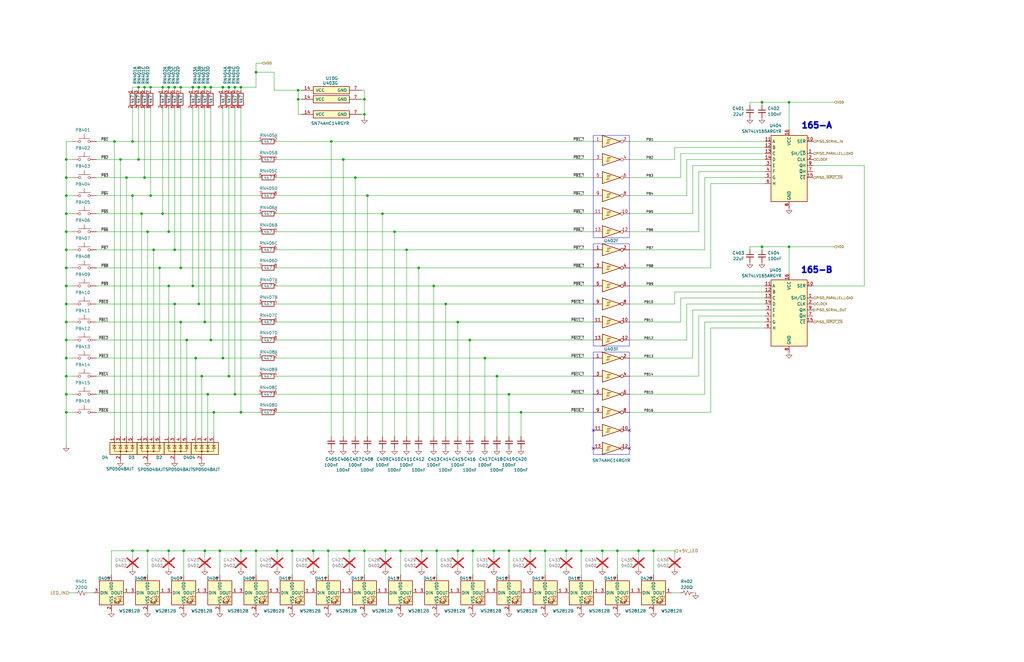
<source format=kicad_sch>
(kicad_sch (version 20250114) (generator "eeschema") (generator_version "9.0")
  (paper "B")
  (rectangle (start 250.19 102.87) (end 265.43 146.05))
  (rectangle (start 250.19 148.59) (end 265.43 191.77))
  (rectangle (start 250.19 57.15) (end 265.43 100.33))
  (text "165-B" (at 344.424 114.046 0) (effects (font (size 2.54 2.54) (thickness 1.016) (bold yes))))
  (text "165-A" (at 344.424 53.086 0) (effects (font (size 2.54 2.54) (thickness 1.016) (bold yes))))
  (junction (at 116.84 232.41))
  (junction (at 73.66 105.41))
  (junction (at 55.88 232.41))
  (junction (at 27.94 158.75))
  (junction (at 60.96 74.93))
  (junction (at 238.76 232.41))
  (junction (at 82.55 151.13))
  (junction (at 199.39 232.41))
  (junction (at 27.94 74.93))
  (junction (at 214.63 232.41))
  (junction (at 92.71 232.41))
  (junction (at 198.12 143.51))
  (junction (at 184.15 232.41))
  (junction (at 123.19 232.41))
  (junction (at 321.31 104.14))
  (junction (at 208.28 232.41))
  (junction (at 219.71 173.99))
  (junction (at 204.47 151.13))
  (junction (at 96.52 36.83))
  (junction (at 138.43 232.41))
  (junction (at 53.34 74.93))
  (junction (at 321.31 43.18))
  (junction (at 83.82 128.27))
  (junction (at 171.45 105.41))
  (junction (at 176.53 113.03))
  (junction (at 60.96 36.83))
  (junction (at 71.12 36.83))
  (junction (at 27.94 113.03))
  (junction (at 73.66 128.27))
  (junction (at 87.63 166.37))
  (junction (at 27.94 97.79))
  (junction (at 27.94 166.37))
  (junction (at 209.55 158.75))
  (junction (at 245.11 232.41))
  (junction (at 27.94 135.89))
  (junction (at 125.73 38.1))
  (junction (at 93.98 36.83))
  (junction (at 71.12 120.65))
  (junction (at 153.67 232.41))
  (junction (at 68.58 36.83))
  (junction (at 96.52 158.75))
  (junction (at 62.23 232.41))
  (junction (at 78.74 143.51))
  (junction (at 67.31 113.03))
  (junction (at 269.24 232.41))
  (junction (at 161.29 90.17))
  (junction (at 27.94 128.27))
  (junction (at 63.5 36.83))
  (junction (at 27.94 120.65))
  (junction (at 187.96 128.27))
  (junction (at 139.7 59.69))
  (junction (at 63.5 82.55))
  (junction (at 177.8 232.41))
  (junction (at 107.95 30.48))
  (junction (at 275.59 232.41))
  (junction (at 86.36 135.89))
  (junction (at 193.04 232.41))
  (junction (at 59.69 90.17))
  (junction (at 182.88 120.65))
  (junction (at 254 232.41))
  (junction (at 153.67 41.91))
  (junction (at 260.35 232.41))
  (junction (at 73.66 36.83))
  (junction (at 68.58 90.17))
  (junction (at 55.88 82.55))
  (junction (at 332.74 104.14))
  (junction (at 27.94 90.17))
  (junction (at 27.94 82.55))
  (junction (at 62.23 97.79))
  (junction (at 86.36 36.83))
  (junction (at 71.12 97.79))
  (junction (at 64.77 105.41))
  (junction (at 229.87 232.41))
  (junction (at 162.56 232.41))
  (junction (at 168.91 232.41))
  (junction (at 27.94 173.99))
  (junction (at 81.28 120.65))
  (junction (at 99.06 166.37))
  (junction (at 77.47 232.41))
  (junction (at 27.94 67.31))
  (junction (at 214.63 166.37))
  (junction (at 101.6 173.99))
  (junction (at 50.8 67.31))
  (junction (at 81.28 36.83))
  (junction (at 58.42 36.83))
  (junction (at 27.94 143.51))
  (junction (at 107.95 232.41))
  (junction (at 132.08 232.41))
  (junction (at 193.04 135.89))
  (junction (at 101.6 36.83))
  (junction (at 76.2 36.83))
  (junction (at 76.2 113.03))
  (junction (at 147.32 232.41))
  (junction (at 83.82 36.83))
  (junction (at 223.52 232.41))
  (junction (at 85.09 158.75))
  (junction (at 86.36 232.41))
  (junction (at 154.94 82.55))
  (junction (at 166.37 97.79))
  (junction (at 93.98 151.13))
  (junction (at 332.74 43.18))
  (junction (at 58.42 67.31))
  (junction (at 48.26 59.69))
  (junction (at 27.94 105.41))
  (junction (at 76.2 135.89))
  (junction (at 153.67 48.26))
  (junction (at 55.88 59.69))
  (junction (at 144.78 67.31))
  (junction (at 90.17 173.99))
  (junction (at 99.06 36.83))
  (junction (at 101.6 232.41))
  (junction (at 88.9 36.83))
  (junction (at 71.12 232.41))
  (junction (at 88.9 143.51))
  (junction (at 27.94 151.13))
  (junction (at 125.73 41.91))
  (junction (at 149.86 74.93))
  (no_connect (at 265.43 181.61))
  (no_connect (at 250.19 181.61))
  (no_connect (at 265.43 189.23))
  (no_connect (at 250.19 189.23))
  (wire (pts (xy 265.43 90.17) (xy 292.1 90.17)))
  (wire (pts (xy 99.06 36.83) (xy 101.6 36.83)))
  (wire (pts (xy 289.56 67.31) (xy 322.58 67.31)))
  (wire (pts (xy 92.71 232.41) (xy 92.71 242.57)))
  (wire (pts (xy 321.31 104.14) (xy 321.31 105.41)))
  (wire (pts (xy 93.98 151.13) (xy 109.22 151.13)))
  (wire (pts (xy 96.52 45.72) (xy 96.52 158.75)))
  (wire (pts (xy 265.43 97.79) (xy 294.64 97.79)))
  (wire (pts (xy 76.2 36.83) (xy 81.28 36.83)))
  (wire (pts (xy 27.94 82.55) (xy 27.94 74.93)))
  (wire (pts (xy 76.2 36.83) (xy 76.2 38.1)))
  (wire (pts (xy 116.84 135.89) (xy 193.04 135.89)))
  (wire (pts (xy 316.23 43.18) (xy 316.23 44.45)))
  (wire (pts (xy 27.94 166.37) (xy 27.94 158.75)))
  (wire (pts (xy 86.36 232.41) (xy 86.36 234.95)))
  (wire (pts (xy 153.67 48.26) (xy 153.67 41.91)))
  (wire (pts (xy 27.94 67.31) (xy 30.48 67.31)))
  (wire (pts (xy 214.63 232.41) (xy 214.63 242.57)))
  (wire (pts (xy 101.6 232.41) (xy 107.95 232.41)))
  (wire (pts (xy 299.72 173.99) (xy 299.72 138.43)))
  (wire (pts (xy 50.8 67.31) (xy 58.42 67.31)))
  (wire (pts (xy 40.64 74.93) (xy 53.34 74.93)))
  (wire (pts (xy 284.48 62.23) (xy 322.58 62.23)))
  (wire (pts (xy 294.64 133.35) (xy 322.58 133.35)))
  (wire (pts (xy 177.8 232.41) (xy 177.8 234.95)))
  (wire (pts (xy 292.1 69.85) (xy 322.58 69.85)))
  (wire (pts (xy 265.43 166.37) (xy 297.18 166.37)))
  (wire (pts (xy 177.8 232.41) (xy 184.15 232.41)))
  (wire (pts (xy 59.69 90.17) (xy 59.69 184.15)))
  (wire (pts (xy 27.94 97.79) (xy 27.94 105.41)))
  (wire (pts (xy 289.56 82.55) (xy 289.56 67.31)))
  (wire (pts (xy 199.39 232.41) (xy 199.39 242.57)))
  (wire (pts (xy 161.29 90.17) (xy 250.19 90.17)))
  (wire (pts (xy 27.94 151.13) (xy 27.94 143.51)))
  (wire (pts (xy 168.91 232.41) (xy 177.8 232.41)))
  (wire (pts (xy 265.43 120.65) (xy 322.58 120.65)))
  (wire (pts (xy 62.23 232.41) (xy 62.23 242.57)))
  (wire (pts (xy 40.64 90.17) (xy 59.69 90.17)))
  (wire (pts (xy 125.73 41.91) (xy 127 41.91)))
  (wire (pts (xy 250.19 120.65) (xy 182.88 120.65)))
  (wire (pts (xy 152.4 48.26) (xy 153.67 48.26)))
  (wire (pts (xy 99.06 36.83) (xy 99.06 38.1)))
  (wire (pts (xy 184.15 232.41) (xy 193.04 232.41)))
  (wire (pts (xy 88.9 143.51) (xy 109.22 143.51)))
  (wire (pts (xy 115.57 38.1) (xy 125.73 38.1)))
  (wire (pts (xy 116.84 158.75) (xy 209.55 158.75)))
  (wire (pts (xy 27.94 120.65) (xy 27.94 113.03)))
  (wire (pts (xy 265.43 113.03) (xy 299.72 113.03)))
  (wire (pts (xy 284.48 128.27) (xy 284.48 123.19)))
  (wire (pts (xy 332.74 104.14) (xy 351.79 104.14)))
  (wire (pts (xy 27.94 128.27) (xy 30.48 128.27)))
  (wire (pts (xy 110.49 26.67) (xy 107.95 26.67)))
  (wire (pts (xy 101.6 45.72) (xy 101.6 173.99)))
  (wire (pts (xy 107.95 232.41) (xy 116.84 232.41)))
  (wire (pts (xy 48.26 59.69) (xy 55.88 59.69)))
  (wire (pts (xy 46.99 232.41) (xy 55.88 232.41)))
  (wire (pts (xy 265.43 158.75) (xy 294.64 158.75)))
  (wire (pts (xy 83.82 36.83) (xy 83.82 38.1)))
  (wire (pts (xy 204.47 184.15) (xy 204.47 151.13)))
  (wire (pts (xy 321.31 43.18) (xy 332.74 43.18)))
  (wire (pts (xy 27.94 173.99) (xy 30.48 173.99)))
  (wire (pts (xy 58.42 36.83) (xy 58.42 38.1)))
  (wire (pts (xy 162.56 232.41) (xy 168.91 232.41)))
  (wire (pts (xy 73.66 128.27) (xy 83.82 128.27)))
  (wire (pts (xy 115.57 30.48) (xy 115.57 38.1)))
  (wire (pts (xy 96.52 36.83) (xy 99.06 36.83)))
  (wire (pts (xy 147.32 232.41) (xy 147.32 234.95)))
  (wire (pts (xy 332.74 43.18) (xy 351.79 43.18)))
  (wire (pts (xy 27.94 151.13) (xy 30.48 151.13)))
  (wire (pts (xy 265.43 143.51) (xy 289.56 143.51)))
  (wire (pts (xy 321.31 104.14) (xy 332.74 104.14)))
  (wire (pts (xy 90.17 173.99) (xy 90.17 184.15)))
  (wire (pts (xy 116.84 143.51) (xy 198.12 143.51)))
  (wire (pts (xy 40.64 173.99) (xy 90.17 173.99)))
  (wire (pts (xy 166.37 97.79) (xy 250.19 97.79)))
  (wire (pts (xy 284.48 123.19) (xy 322.58 123.19)))
  (wire (pts (xy 321.31 43.18) (xy 316.23 43.18)))
  (wire (pts (xy 27.94 67.31) (xy 27.94 59.69)))
  (wire (pts (xy 171.45 105.41) (xy 171.45 184.15)))
  (wire (pts (xy 265.43 82.55) (xy 289.56 82.55)))
  (wire (pts (xy 364.49 69.85) (xy 364.49 120.65)))
  (wire (pts (xy 364.49 120.65) (xy 342.9 120.65)))
  (wire (pts (xy 55.88 82.55) (xy 55.88 184.15)))
  (wire (pts (xy 86.36 135.89) (xy 109.22 135.89)))
  (wire (pts (xy 144.78 67.31) (xy 144.78 184.15)))
  (wire (pts (xy 265.43 59.69) (xy 322.58 59.69)))
  (wire (pts (xy 287.02 135.89) (xy 287.02 125.73)))
  (wire (pts (xy 27.94 187.96) (xy 27.94 173.99)))
  (wire (pts (xy 127 48.26) (xy 125.73 48.26)))
  (wire (pts (xy 96.52 158.75) (xy 109.22 158.75)))
  (wire (pts (xy 27.94 158.75) (xy 30.48 158.75)))
  (wire (pts (xy 149.86 74.93) (xy 149.86 184.15)))
  (wire (pts (xy 67.31 113.03) (xy 76.2 113.03)))
  (wire (pts (xy 153.67 38.1) (xy 152.4 38.1)))
  (wire (pts (xy 294.64 72.39) (xy 322.58 72.39)))
  (wire (pts (xy 116.84 82.55) (xy 154.94 82.55)))
  (wire (pts (xy 223.52 232.41) (xy 229.87 232.41)))
  (wire (pts (xy 101.6 173.99) (xy 109.22 173.99)))
  (wire (pts (xy 245.11 232.41) (xy 245.11 242.57)))
  (wire (pts (xy 55.88 232.41) (xy 62.23 232.41)))
  (wire (pts (xy 93.98 45.72) (xy 93.98 151.13)))
  (wire (pts (xy 254 232.41) (xy 254 234.95)))
  (wire (pts (xy 96.52 36.83) (xy 96.52 38.1)))
  (wire (pts (xy 76.2 45.72) (xy 76.2 113.03)))
  (wire (pts (xy 297.18 105.41) (xy 297.18 74.93)))
  (wire (pts (xy 139.7 59.69) (xy 139.7 184.15)))
  (wire (pts (xy 116.84 67.31) (xy 144.78 67.31)))
  (wire (pts (xy 40.64 128.27) (xy 73.66 128.27)))
  (wire (pts (xy 40.64 143.51) (xy 78.74 143.51)))
  (wire (pts (xy 209.55 158.75) (xy 250.19 158.75)))
  (wire (pts (xy 40.64 166.37) (xy 87.63 166.37)))
  (wire (pts (xy 90.17 173.99) (xy 101.6 173.99)))
  (wire (pts (xy 132.08 232.41) (xy 132.08 234.95)))
  (wire (pts (xy 27.94 97.79) (xy 30.48 97.79)))
  (wire (pts (xy 27.94 90.17) (xy 27.94 82.55)))
  (wire (pts (xy 176.53 113.03) (xy 250.19 113.03)))
  (wire (pts (xy 265.43 74.93) (xy 287.02 74.93)))
  (wire (pts (xy 40.64 120.65) (xy 71.12 120.65)))
  (wire (pts (xy 63.5 36.83) (xy 63.5 38.1)))
  (wire (pts (xy 62.23 232.41) (xy 71.12 232.41)))
  (wire (pts (xy 254 232.41) (xy 260.35 232.41)))
  (wire (pts (xy 64.77 105.41) (xy 73.66 105.41)))
  (wire (pts (xy 284.48 232.41) (xy 284.48 234.95)))
  (wire (pts (xy 287.02 64.77) (xy 322.58 64.77)))
  (wire (pts (xy 36.83 250.19) (xy 39.37 250.19)))
  (wire (pts (xy 107.95 36.83) (xy 101.6 36.83)))
  (wire (pts (xy 29.21 250.19) (xy 31.75 250.19)))
  (wire (pts (xy 193.04 135.89) (xy 193.04 184.15)))
  (wire (pts (xy 116.84 90.17) (xy 161.29 90.17)))
  (wire (pts (xy 289.56 143.51) (xy 289.56 128.27)))
  (wire (pts (xy 199.39 232.41) (xy 208.28 232.41)))
  (wire (pts (xy 184.15 232.41) (xy 184.15 242.57)))
  (wire (pts (xy 55.88 45.72) (xy 55.88 59.69)))
  (wire (pts (xy 62.23 97.79) (xy 71.12 97.79)))
  (wire (pts (xy 60.96 74.93) (xy 109.22 74.93)))
  (wire (pts (xy 50.8 67.31) (xy 50.8 184.15)))
  (wire (pts (xy 78.74 143.51) (xy 78.74 184.15)))
  (wire (pts (xy 138.43 232.41) (xy 138.43 242.57)))
  (wire (pts (xy 99.06 166.37) (xy 109.22 166.37)))
  (wire (pts (xy 116.84 97.79) (xy 166.37 97.79)))
  (wire (pts (xy 77.47 232.41) (xy 86.36 232.41)))
  (wire (pts (xy 260.35 232.41) (xy 269.24 232.41)))
  (wire (pts (xy 293.37 250.19) (xy 292.1 250.19)))
  (wire (pts (xy 107.95 26.67) (xy 107.95 30.48)))
  (wire (pts (xy 223.52 232.41) (xy 223.52 234.95)))
  (wire (pts (xy 125.73 38.1) (xy 127 38.1)))
  (wire (pts (xy 153.67 232.41) (xy 153.67 242.57)))
  (wire (pts (xy 73.66 36.83) (xy 73.66 38.1)))
  (wire (pts (xy 171.45 105.41) (xy 250.19 105.41)))
  (wire (pts (xy 68.58 36.83) (xy 68.58 38.1)))
  (wire (pts (xy 229.87 232.41) (xy 229.87 242.57)))
  (wire (pts (xy 214.63 232.41) (xy 223.52 232.41)))
  (wire (pts (xy 68.58 90.17) (xy 109.22 90.17)))
  (wire (pts (xy 153.67 41.91) (xy 153.67 38.1)))
  (wire (pts (xy 40.64 135.89) (xy 76.2 135.89)))
  (wire (pts (xy 60.96 36.83) (xy 63.5 36.83)))
  (wire (pts (xy 238.76 232.41) (xy 238.76 234.95)))
  (wire (pts (xy 287.02 125.73) (xy 322.58 125.73)))
  (wire (pts (xy 116.84 113.03) (xy 176.53 113.03)))
  (wire (pts (xy 193.04 135.89) (xy 250.19 135.89)))
  (wire (pts (xy 55.88 82.55) (xy 63.5 82.55)))
  (wire (pts (xy 294.64 158.75) (xy 294.64 133.35)))
  (wire (pts (xy 27.94 74.93) (xy 27.94 67.31)))
  (wire (pts (xy 76.2 135.89) (xy 76.2 184.15)))
  (wire (pts (xy 193.04 232.41) (xy 199.39 232.41)))
  (wire (pts (xy 321.31 104.14) (xy 316.23 104.14)))
  (wire (pts (xy 292.1 130.81) (xy 322.58 130.81)))
  (wire (pts (xy 182.88 120.65) (xy 182.88 184.15)))
  (wire (pts (xy 116.84 173.99) (xy 219.71 173.99)))
  (wire (pts (xy 219.71 173.99) (xy 250.19 173.99)))
  (wire (pts (xy 332.74 104.14) (xy 332.74 115.57)))
  (wire (pts (xy 116.84 59.69) (xy 139.7 59.69)))
  (wire (pts (xy 125.73 48.26) (xy 125.73 41.91)))
  (wire (pts (xy 229.87 232.41) (xy 238.76 232.41)))
  (wire (pts (xy 71.12 45.72) (xy 71.12 97.79)))
  (wire (pts (xy 154.94 82.55) (xy 154.94 184.15)))
  (wire (pts (xy 27.94 113.03) (xy 30.48 113.03)))
  (wire (pts (xy 208.28 232.41) (xy 214.63 232.41)))
  (wire (pts (xy 132.08 232.41) (xy 138.43 232.41)))
  (wire (pts (xy 297.18 166.37) (xy 297.18 135.89)))
  (wire (pts (xy 107.95 232.41) (xy 107.95 242.57)))
  (wire (pts (xy 76.2 113.03) (xy 109.22 113.03)))
  (wire (pts (xy 193.04 232.41) (xy 193.04 234.95)))
  (wire (pts (xy 59.69 90.17) (xy 68.58 90.17)))
  (wire (pts (xy 86.36 45.72) (xy 86.36 135.89)))
  (wire (pts (xy 101.6 232.41) (xy 101.6 234.95)))
  (wire (pts (xy 62.23 97.79) (xy 62.23 184.15)))
  (wire (pts (xy 82.55 151.13) (xy 93.98 151.13)))
  (wire (pts (xy 83.82 36.83) (xy 86.36 36.83)))
  (wire (pts (xy 149.86 74.93) (xy 250.19 74.93)))
  (wire (pts (xy 214.63 166.37) (xy 250.19 166.37)))
  (wire (pts (xy 27.94 143.51) (xy 27.94 135.89)))
  (wire (pts (xy 83.82 128.27) (xy 109.22 128.27)))
  (wire (pts (xy 198.12 143.51) (xy 198.12 184.15)))
  (wire (pts (xy 40.64 105.41) (xy 64.77 105.41)))
  (wire (pts (xy 92.71 232.41) (xy 101.6 232.41)))
  (wire (pts (xy 81.28 36.83) (xy 81.28 38.1)))
  (wire (pts (xy 116.84 151.13) (xy 204.47 151.13)))
  (wire (pts (xy 107.95 30.48) (xy 115.57 30.48)))
  (wire (pts (xy 55.88 232.41) (xy 55.88 234.95)))
  (wire (pts (xy 27.94 59.69) (xy 30.48 59.69)))
  (wire (pts (xy 147.32 232.41) (xy 153.67 232.41)))
  (wire (pts (xy 48.26 59.69) (xy 48.26 184.15)))
  (wire (pts (xy 73.66 36.83) (xy 76.2 36.83)))
  (wire (pts (xy 187.96 128.27) (xy 187.96 184.15)))
  (wire (pts (xy 116.84 105.41) (xy 171.45 105.41)))
  (wire (pts (xy 116.84 232.41) (xy 116.84 234.95)))
  (wire (pts (xy 88.9 45.72) (xy 88.9 143.51)))
  (wire (pts (xy 316.23 104.14) (xy 316.23 105.41)))
  (wire (pts (xy 187.96 128.27) (xy 250.19 128.27)))
  (wire (pts (xy 27.94 166.37) (xy 30.48 166.37)))
  (wire (pts (xy 176.53 113.03) (xy 176.53 184.15)))
  (wire (pts (xy 58.42 45.72) (xy 58.42 67.31)))
  (wire (pts (xy 27.94 120.65) (xy 30.48 120.65)))
  (wire (pts (xy 27.94 135.89) (xy 27.94 128.27)))
  (wire (pts (xy 144.78 67.31) (xy 250.19 67.31)))
  (wire (pts (xy 125.73 38.1) (xy 125.73 41.91)))
  (wire (pts (xy 86.36 232.41) (xy 92.71 232.41)))
  (wire (pts (xy 71.12 36.83) (xy 71.12 38.1)))
  (wire (pts (xy 265.43 173.99) (xy 299.72 173.99)))
  (wire (pts (xy 40.64 113.03) (xy 67.31 113.03)))
  (wire (pts (xy 166.37 97.79) (xy 166.37 184.15)))
  (wire (pts (xy 63.5 82.55) (xy 109.22 82.55)))
  (wire (pts (xy 55.88 36.83) (xy 58.42 36.83)))
  (wire (pts (xy 71.12 232.41) (xy 77.47 232.41)))
  (wire (pts (xy 154.94 82.55) (xy 250.19 82.55)))
  (wire (pts (xy 287.02 74.93) (xy 287.02 64.77)))
  (wire (pts (xy 209.55 158.75) (xy 209.55 184.15)))
  (wire (pts (xy 67.31 113.03) (xy 67.31 184.15)))
  (wire (pts (xy 138.43 232.41) (xy 147.32 232.41)))
  (wire (pts (xy 77.47 232.41) (xy 77.47 242.57)))
  (wire (pts (xy 161.29 90.17) (xy 161.29 184.15)))
  (wire (pts (xy 123.19 232.41) (xy 132.08 232.41)))
  (wire (pts (xy 238.76 232.41) (xy 245.11 232.41)))
  (wire (pts (xy 27.94 158.75) (xy 27.94 151.13)))
  (wire (pts (xy 27.94 173.99) (xy 27.94 166.37)))
  (wire (pts (xy 76.2 135.89) (xy 86.36 135.89)))
  (wire (pts (xy 68.58 45.72) (xy 68.58 90.17)))
  (wire (pts (xy 101.6 36.83) (xy 101.6 38.1)))
  (wire (pts (xy 93.98 36.83) (xy 96.52 36.83)))
  (wire (pts (xy 86.36 36.83) (xy 88.9 36.83)))
  (wire (pts (xy 88.9 36.83) (xy 93.98 36.83)))
  (wire (pts (xy 85.09 158.75) (xy 85.09 184.15)))
  (wire (pts (xy 63.5 45.72) (xy 63.5 82.55)))
  (wire (pts (xy 53.34 74.93) (xy 53.34 184.15)))
  (wire (pts (xy 55.88 59.69) (xy 109.22 59.69)))
  (wire (pts (xy 71.12 97.79) (xy 109.22 97.79)))
  (wire (pts (xy 245.11 232.41) (xy 254 232.41)))
  (wire (pts (xy 162.56 232.41) (xy 162.56 234.95)))
  (wire (pts (xy 71.12 120.65) (xy 71.12 184.15)))
  (wire (pts (xy 292.1 90.17) (xy 292.1 69.85)))
  (wire (pts (xy 63.5 36.83) (xy 68.58 36.83)))
  (wire (pts (xy 83.82 45.72) (xy 83.82 128.27)))
  (wire (pts (xy 107.95 30.48) (xy 107.95 36.83)))
  (wire (pts (xy 152.4 41.91) (xy 153.67 41.91)))
  (wire (pts (xy 342.9 69.85) (xy 364.49 69.85)))
  (wire (pts (xy 60.96 45.72) (xy 60.96 74.93)))
  (wire (pts (xy 27.94 135.89) (xy 30.48 135.89)))
  (wire (pts (xy 85.09 158.75) (xy 96.52 158.75)))
  (wire (pts (xy 284.48 67.31) (xy 284.48 62.23)))
  (wire (pts (xy 275.59 232.41) (xy 284.48 232.41)))
  (wire (pts (xy 139.7 59.69) (xy 250.19 59.69)))
  (wire (pts (xy 284.48 67.31) (xy 265.43 67.31)))
  (wire (pts (xy 40.64 158.75) (xy 85.09 158.75)))
  (wire (pts (xy 214.63 166.37) (xy 214.63 184.15)))
  (wire (pts (xy 81.28 120.65) (xy 109.22 120.65)))
  (wire (pts (xy 71.12 232.41) (xy 71.12 234.95)))
  (wire (pts (xy 87.63 166.37) (xy 87.63 184.15)))
  (wire (pts (xy 153.67 49.53) (xy 153.67 48.26)))
  (wire (pts (xy 68.58 36.83) (xy 71.12 36.83)))
  (wire (pts (xy 283.21 250.19) (xy 287.02 250.19)))
  (wire (pts (xy 332.74 43.18) (xy 332.74 54.61)))
  (wire (pts (xy 60.96 36.83) (xy 60.96 38.1)))
  (wire (pts (xy 73.66 105.41) (xy 109.22 105.41)))
  (wire (pts (xy 40.64 151.13) (xy 82.55 151.13)))
  (wire (pts (xy 88.9 36.83) (xy 88.9 38.1)))
  (wire (pts (xy 275.59 232.41) (xy 275.59 242.57)))
  (wire (pts (xy 40.64 59.69) (xy 48.26 59.69)))
  (wire (pts (xy 299.72 113.03) (xy 299.72 77.47)))
  (wire (pts (xy 40.64 82.55) (xy 55.88 82.55)))
  (wire (pts (xy 81.28 45.72) (xy 81.28 120.65)))
  (wire (pts (xy 299.72 138.43) (xy 322.58 138.43)))
  (wire (pts (xy 204.47 151.13) (xy 250.19 151.13)))
  (wire (pts (xy 27.94 90.17) (xy 30.48 90.17)))
  (wire (pts (xy 46.99 232.41) (xy 46.99 242.57)))
  (wire (pts (xy 219.71 173.99) (xy 219.71 184.15)))
  (wire (pts (xy 73.66 45.72) (xy 73.66 105.41)))
  (wire (pts (xy 208.28 232.41) (xy 208.28 234.95)))
  (wire (pts (xy 116.84 128.27) (xy 187.96 128.27)))
  (wire (pts (xy 116.84 166.37) (xy 214.63 166.37)))
  (wire (pts (xy 27.94 105.41) (xy 30.48 105.41)))
  (wire (pts (xy 27.94 97.79) (xy 27.94 90.17)))
  (wire (pts (xy 294.64 97.79) (xy 294.64 72.39)))
  (wire (pts (xy 269.24 232.41) (xy 275.59 232.41)))
  (wire (pts (xy 58.42 67.31) (xy 109.22 67.31)))
  (wire (pts (xy 64.77 105.41) (xy 64.77 184.15)))
  (wire (pts (xy 123.19 232.41) (xy 123.19 242.57)))
  (wire (pts (xy 71.12 120.65) (xy 81.28 120.65)))
  (wire (pts (xy 82.55 184.15) (xy 82.55 151.13)))
  (wire (pts (xy 299.72 77.47) (xy 322.58 77.47)))
  (wire (pts (xy 53.34 74.93) (xy 60.96 74.93)))
  (wire (pts (xy 265.43 105.41) (xy 297.18 105.41)))
  (wire (pts (xy 168.91 232.41) (xy 168.91 242.57)))
  (wire (pts (xy 297.18 135.89) (xy 322.58 135.89)))
  (wire (pts (xy 289.56 128.27) (xy 322.58 128.27)))
  (wire (pts (xy 40.64 67.31) (xy 50.8 67.31)))
  (wire (pts (xy 116.84 232.41) (xy 123.19 232.41)))
  (wire (pts (xy 260.35 232.41) (xy 260.35 242.57)))
  (wire (pts (xy 99.06 45.72) (xy 99.06 166.37)))
  (wire (pts (xy 81.28 36.83) (xy 83.82 36.83)))
  (wire (pts (xy 55.88 38.1) (xy 55.88 36.83)))
  (wire (pts (xy 27.94 105.41) (xy 27.94 113.03)))
  (wire (pts (xy 58.42 36.83) (xy 60.96 36.83)))
  (wire (pts (xy 27.94 128.27) (xy 27.94 120.65)))
  (wire (pts (xy 265.43 135.89) (xy 287.02 135.89)))
  (wire (pts (xy 73.66 128.27) (xy 73.66 184.15)))
  (wire (pts (xy 87.63 166.37) (xy 99.06 166.37)))
  (wire (pts (xy 153.67 232.41) (xy 162.56 232.41)))
  (wire (pts (xy 284.48 128.27) (xy 265.43 128.27)))
  (wire (pts (xy 269.24 232.41) (xy 269.24 234.95)))
  (wire (pts (xy 292.1 151.13) (xy 292.1 130.81)))
  (wire (pts (xy 40.64 97.79) (xy 62.23 97.79)))
  (wire (pts (xy 116.84 74.93) (xy 149.86 74.93)))
  (wire (pts (xy 198.12 143.51) (xy 250.19 143.51)))
  (wire (pts (xy 71.12 36.83) (xy 73.66 36.83)))
  (wire (pts (xy 27.94 143.51) (xy 30.48 143.51)))
  (wire (pts (xy 86.36 36.83) (xy 86.36 38.1)))
  (wire (pts (xy 297.18 74.93) (xy 322.58 74.93)))
  (wire (pts (xy 116.84 120.65) (xy 182.88 120.65)))
  (wire (pts (xy 265.43 151.13) (xy 292.1 151.13)))
  (wire (pts (xy 27.94 74.93) (xy 30.48 74.93)))
  (wire (pts (xy 27.94 82.55) (xy 30.48 82.55)))
  (wire (pts (xy 78.74 143.51) (xy 88.9 143.51)))
  (wire (pts (xy 93.98 36.83) (xy 93.98 38.1)))
  (wire (pts (xy 321.31 43.18) (xy 321.31 44.45)))
  (label "~{PB3_T}" (at 246.38 74.93 180) (effects (font (size 1 1))))
  (label "PB12" (at 275.59 143.51 180) (effects (font (size 1 1))))
  (label "~{PB4}" (at 45.72 82.55 180) (effects (font (size 1 1))))
  (label "PB1" (at 275.59 59.69 180) (effects (font (size 1 1))))
  (label "PB3" (at 275.59 74.93 180) (effects (font (size 1 1))))
  (label "~{PB13}" (at 45.72 151.13 180) (effects (font (size 1 1))))
  (label "~{PB6}" (at 45.72 97.79 180) (effects (font (size 1 1))))
  (label "~{PB16}" (at 45.72 173.99 180) (effects (font (size 1 1))))
  (label "~{PB10_T}" (at 246.38 128.27 180) (effects (font (size 1 1))))
  (label "~{PB2_T}" (at 246.38 67.31 180) (effects (font (size 1 1))))
  (label "PB4" (at 275.59 82.55 180) (effects (font (size 1 1))))
  (label "~{PB8}" (at 45.72 113.03 180) (effects (font (size 1 1))))
  (label "PB8" (at 275.59 113.03 180) (effects (font (size 1 1))))
  (label "~{PB9_T}" (at 246.38 120.65 180) (effects (font (size 1 1))))
  (label "~{PB2}" (at 45.72 67.31 180) (effects (font (size 1 1))))
  (label "~{PB12_T}" (at 246.38 143.51 180) (effects (font (size 1 1))))
  (label "~{PB8_T}" (at 246.38 113.03 180) (effects (font (size 1 1))))
  (label "~{PB13_T}" (at 246.38 151.13 180) (effects (font (size 1 1))))
  (label "~{PB5}" (at 45.72 90.17 180) (effects (font (size 1 1))))
  (label "PB11" (at 275.59 135.89 180) (effects (font (size 1 1))))
  (label "~{PB15_T}" (at 246.38 166.37 180) (effects (font (size 1 1))))
  (label "~{PB3}" (at 45.72 74.93 180) (effects (font (size 1 1))))
  (label "~{PB16_T}" (at 246.38 173.99 180) (effects (font (size 1 1))))
  (label "PB13" (at 275.59 151.13 180) (effects (font (size 1 1))))
  (label "PB16" (at 275.59 173.99 180) (effects (font (size 1 1))))
  (label "~{PB4_T}" (at 246.38 82.55 180) (effects (font (size 1 1))))
  (label "~{PB15}" (at 45.72 166.37 180) (effects (font (size 1 1))))
  (label "~{PB6_T}" (at 246.38 97.79 180) (effects (font (size 1 1))))
  (label "PB5" (at 275.59 90.17 180) (effects (font (size 1 1))))
  (label "~{PB1_T}" (at 246.38 59.69 180) (effects (font (size 1 1))))
  (label "PB7" (at 275.59 105.41 180) (effects (font (size 1 1))))
  (label "PB9" (at 275.59 120.65 180) (effects (font (size 1 1))))
  (label "~{PB10}" (at 45.72 128.27 180) (effects (font (size 1 1))))
  (label "PB10" (at 275.59 128.27 180) (effects (font (size 1 1))))
  (label "~{PB11}" (at 45.72 135.89 180) (effects (font (size 1 1))))
  (label "PB15" (at 275.59 166.37 180) (effects (font (size 1 1))))
  (label "PB2" (at 275.59 67.31 180) (effects (font (size 1 1))))
  (label "~{PB7}" (at 45.72 105.41 180) (effects (font (size 1 1))))
  (label "~{PB7_T}" (at 246.38 105.41 180) (effects (font (size 1 1))))
  (label "~{PB5_T}" (at 246.38 90.17 180) (effects (font (size 1 1))))
  (label "~{PB14}" (at 45.72 158.75 180) (effects (font (size 1 1))))
  (label "~{PB14_T}" (at 246.38 158.75 180) (effects (font (size 1 1))))
  (label "PB14" (at 275.59 158.75 180) (effects (font (size 1 1))))
  (label "~{PB9}" (at 45.72 120.65 180) (effects (font (size 1 1))))
  (label "~{PB11_T}" (at 246.38 135.89 180) (effects (font (size 1 1))))
  (label "~{PB12}" (at 45.72 143.51 180) (effects (font (size 1 1))))
  (label "PB6" (at 275.59 97.79 180) (effects (font (size 1 1))))
  (label "~{PB1}" (at 45.72 59.69 180) (effects (font (size 1 1))))
  (hierarchical_label "PISO_SERIAL_OUT" (shape output) (at 342.9 130.81 0) (effects (font (size 0.9906 0.9906))))
  (hierarchical_label "+5V_LED" (shape input) (at 284.48 232.41 0))
  (hierarchical_label "PISO_~{INPUT_EN}" (shape input) (at 342.9 135.89 0) (effects (font (size 0.9906 0.9906))))
  (hierarchical_label "CLOCK" (shape input) (at 342.9 67.31 0) (effects (font (size 0.9906 0.9906))))
  (hierarchical_label "LED_IN" (shape input) (at 29.21 250.19 180))
  (hierarchical_label "PISO_~{INPUT_EN}" (shape input) (at 342.9 74.93 0) (effects (font (size 0.9906 0.9906))))
  (hierarchical_label "PISO_SERIAL_IN" (shape input) (at 342.9 59.69 0) (effects (font (size 0.9906 0.9906))))
  (hierarchical_label "PISO_PARALLEL_LOAD" (shape input) (at 342.9 125.73 0) (effects (font (size 0.9906 0.9906))))
  (hierarchical_label "VDD" (shape input) (at 351.79 43.18 0) (effects (font (size 1 1))))
  (hierarchical_label "PISO_PARALLEL_LOAD" (shape input) (at 342.9 64.77 0) (effects (font (size 0.9906 0.9906))))
  (hierarchical_label "CLOCK" (shape input) (at 342.9 128.27 0) (effects (font (size 0.9906 0.9906))))
  (hierarchical_label "VDD" (shape input) (at 110.49 26.67 0) (effects (font (size 1 1))))
  (hierarchical_label "VDD" (shape input) (at 351.79 104.14 0) (effects (font (size 1 1))))
  (symbol (lib_id "Libraries:SN74AHC14RGYR") (at 139.7 38.1 90) (unit 7)
    (property "Reference" "U401" (effects (hide yes)))
    (property "Value" "SN74AHC14RGYR" (effects (hide yes)))
    (property "Footprint" "Libraries:RGY14_2P05X2P05" (effects (hide yes)))
    (property "Datasheet" "https://www.ti.com/lit/ds/symlink/sn74ahc14.pdf" (effects (hide yes)))
    (property "Description" "Hex inverter schmitt trigger" (effects (hide yes)))
    (instances (project "PilotAudioPanel" (path "" (reference "U11") (unit 7))) (project "Front IO Panel" (path "" (reference "U401") (unit 7))))
  )
  (symbol (lib_id "power:GND") (at 73.66 194.31 0) (unit 1)
    (property "Reference" "#PWR0427" (effects (hide yes)))
    (property "Value" "GND" (effects (hide yes)))
    (property "Description" "Power symbol creates a global label with name \"GND\" , ground" (effects (hide yes)))
    (instances (project "PilotAudioPanel" (path "" (reference "#PWR0137") (unit 1))) (project "Front IO Panel" (path "" (reference "#PWR0427") (unit 1))))
  )
  (symbol (lib_id "Libraries:SN74AHC14RGYR") (at 257.81 128.27 0) (unit 4)
    (property "Reference" "U402" (effects (hide yes)))
    (property "Value" "SN74AHC14RGYR" (effects (hide yes)))
    (property "Footprint" "Libraries:RGY14_2P05X2P05" (effects (hide yes)))
    (property "Datasheet" "https://www.ti.com/lit/ds/symlink/sn74ahc14.pdf" (effects (hide yes)))
    (property "Description" "Hex inverter schmitt trigger" (effects (hide yes)))
  )
  (symbol (lib_id "Device:C_Small") (at 161.29 186.69 0) (unit 1)
    (property "Reference" "C409" (at 161.29 193.802 0))
    (property "Value" "100nF" (at 161.29 196.2263 0))
    (property "Footprint" "Libraries:Worthington_C_0402" (effects (hide yes)))
    (property "Description" "Unpolarized capacitor, small symbol" (effects (hide yes)))
  )
  (symbol (lib_id "Device:C_Small") (at 144.78 186.69 0) (unit 1)
    (property "Reference" "C406" (at 144.78 193.802 0))
    (property "Value" "100nF" (at 144.78 198.374 0))
    (property "Footprint" "Libraries:Worthington_C_0402" (effects (hide yes)))
    (property "Description" "Unpolarized capacitor, small symbol" (effects (hide yes)))
  )
  (symbol (lib_id "Libraries:SN74AHC14RGYR") (at 257.81 120.65 0) (unit 3)
    (property "Reference" "U402" (effects (hide yes)))
    (property "Value" "SN74AHC14RGYR" (effects (hide yes)))
    (property "Footprint" "Libraries:RGY14_2P05X2P05" (effects (hide yes)))
    (property "Datasheet" "https://www.ti.com/lit/ds/symlink/sn74ahc14.pdf" (effects (hide yes)))
    (property "Description" "Hex inverter schmitt trigger" (effects (hide yes)))
  )
  (symbol (lib_id "LED:WS2812B-2020") (at 92.71 250.19 0) (unit 1)
    (property "Reference" "D408" (at 92.202 244.094 0) (effects (justify right)))
    (property "Value" "WS2812B" (at 100.33 257.81 0))
    (property "Footprint" "Libraries:LED_WS2812B-2020_PLCC4_2.0x2.0mm" (effects (hide yes)))
    (property "Datasheet" "https://cdn-shop.adafruit.com/product-files/4684/4684_WS2812B-2020_V1.3_EN.pdf" (effects (hide yes)))
    (property "Description" "RGB LED with integrated controller, 2.0 x 2.0 mm, 12 mA" (effects (hide yes)))
  )
  (symbol (lib_id "power:GND") (at 260.35 257.81 0) (unit 1)
    (property "Reference" "#PWR0460" (effects (hide yes)))
    (property "Value" "GND" (effects (hide yes)))
    (property "Description" "Power symbol creates a global label with name \"GND\" , ground" (effects (hide yes)))
  )
  (symbol (lib_id "Libraries:SN74AHC14RGYR") (at 139.7 48.26 90) (unit 7)
    (property "Reference" "U403" (at 142.494 35.052 90) (effects (justify left)))
    (property "Value" "SN74AHC14RGYR" (at 147.32 52.07 90) (effects (justify left)))
    (property "Footprint" "Libraries:RGY14_2P05X2P05" (effects (hide yes)))
    (property "Datasheet" "https://www.ti.com/lit/ds/symlink/sn74ahc14.pdf" (effects (hide yes)))
    (property "Description" "Hex inverter schmitt trigger" (effects (hide yes)))
  )
  (symbol (lib_id "power:GND") (at 176.53 189.23 0) (mirror y) (unit 1)
    (property "Reference" "#PWR0416" (effects (hide yes)))
    (property "Value" "GND" (effects (hide yes)))
    (property "Description" "Power symbol creates a global label with name \"GND\" , ground" (effects (hide yes)))
  )
  (symbol (lib_name "SW_Push_1") (lib_id "Switch:SW_Push") (at 35.56 90.17 0) (unit 1)
    (property "Reference" "PB405" (at 38.1 85.344 0) (effects (justify right)))
    (property "Value" "TS04-66-95-BK-260-SMT" (effects (hide yes)))
    (property "Footprint" "Libraries:SW_TS04-66-95-BK-260-SMT" (effects (hide yes)))
    (property "Datasheet" "https://www.sameskydevices.com/product/resource/ts04.pdf" (effects (hide yes)))
    (property "Description" "Push button switch, generic, two pins" (effects (hide yes)))
  )
  (symbol (lib_id "Device:C_Small") (at 182.88 186.69 0) (unit 1)
    (property "Reference" "C413" (at 182.88 193.802 0))
    (property "Value" "100nF" (at 182.88 196.2263 0))
    (property "Footprint" "Libraries:Worthington_C_0402" (effects (hide yes)))
    (property "Description" "Unpolarized capacitor, small symbol" (effects (hide yes)))
  )
  (symbol (lib_id "LED:WS2812B-2020") (at 107.95 250.19 0) (unit 1)
    (property "Reference" "D409" (at 107.442 244.094 0) (effects (justify right)))
    (property "Value" "WS2812B" (at 115.57 257.81 0))
    (property "Footprint" "Libraries:LED_WS2812B-2020_PLCC4_2.0x2.0mm" (effects (hide yes)))
    (property "Datasheet" "https://cdn-shop.adafruit.com/product-files/4684/4684_WS2812B-2020_V1.3_EN.pdf" (effects (hide yes)))
    (property "Description" "RGB LED with integrated controller, 2.0 x 2.0 mm, 12 mA" (effects (hide yes)))
  )
  (symbol (lib_id "Library_MicSwitcher:R_Network04_Split") (at 113.03 158.75 90) (unit 2)
    (property "Reference" "RN408" (at 113.284 155.956 90))
    (property "Value" "4k7" (at 113.03 158.75 90))
    (property "Footprint" "Resistor_SMD:R_Array_Convex_4x1206" (effects (hide yes)))
    (property "Datasheet" "http://www.vishay.com/docs/31509/csc.pdf" (effects (hide yes)))
    (property "Description" "4 resistor network, star topology, bussed resistors, split" (effects (hide yes)))
  )
  (symbol (lib_name "SW_Push_1") (lib_id "Switch:SW_Push") (at 35.56 158.75 0) (unit 1)
    (property "Reference" "PB414" (at 38.1 153.924 0) (effects (justify right)))
    (property "Value" "TS04-66-95-BK-260-SMT" (effects (hide yes)))
    (property "Footprint" "Libraries:SW_TS04-66-95-BK-260-SMT" (effects (hide yes)))
    (property "Datasheet" "https://www.sameskydevices.com/product/resource/ts04.pdf" (effects (hide yes)))
    (property "Description" "Push button switch, generic, two pins" (effects (hide yes)))
  )
  (symbol (lib_id "power:GND") (at 138.43 257.81 0) (unit 1)
    (property "Reference" "#PWR0452" (effects (hide yes)))
    (property "Value" "GND" (effects (hide yes)))
    (property "Description" "Power symbol creates a global label with name \"GND\" , ground" (effects (hide yes)))
  )
  (symbol (lib_id "Library_MicSwitcher:R_Network04_Split") (at 113.03 97.79 90) (unit 2)
    (property "Reference" "RN406" (at 113.284 94.996 90))
    (property "Value" "4k7" (at 113.03 97.79 90))
    (property "Footprint" "Resistor_SMD:R_Array_Convex_4x1206" (effects (hide yes)))
    (property "Datasheet" "http://www.vishay.com/docs/31509/csc.pdf" (effects (hide yes)))
    (property "Description" "4 resistor network, star topology, bussed resistors, split" (effects (hide yes)))
  )
  (symbol (lib_id "power:GND") (at 107.95 257.81 0) (unit 1)
    (property "Reference" "#PWR0450" (effects (hide yes)))
    (property "Value" "GND" (effects (hide yes)))
    (property "Description" "Power symbol creates a global label with name \"GND\" , ground" (effects (hide yes)))
  )
  (symbol (lib_id "LED:WS2812B-2020") (at 275.59 250.19 0) (unit 1)
    (property "Reference" "D420" (at 275.082 244.094 0) (effects (justify right)))
    (property "Value" "WS2812B" (at 283.21 257.81 0))
    (property "Footprint" "Libraries:LED_WS2812B-2020_PLCC4_2.0x2.0mm" (effects (hide yes)))
    (property "Datasheet" "https://cdn-shop.adafruit.com/product-files/4684/4684_WS2812B-2020_V1.3_EN.pdf" (effects (hide yes)))
    (property "Description" "RGB LED with integrated controller, 2.0 x 2.0 mm, 12 mA" (effects (hide yes)))
  )
  (symbol (lib_id "Power_Protection:SP0504BAJT") (at 73.66 189.23 0) (unit 1)
    (property "Reference" "D403" (at 65.786 193.04 0) (effects (justify left)))
    (property "Value" "SP0504BAJT" (at 69.596 198.12 0) (effects (justify left)))
    (property "Footprint" "Package_TO_SOT_SMD:SOT-353_SC-70-5" (effects (hide yes)))
    (property "Datasheet" "http://www.littelfuse.com/~/media/files/littelfuse/technical%20resources/documents/data%20sheets/sp05xxba.pdf" (effects (hide yes)))
    (property "Description" "TVS Diode Array, 5.5V Standoff, 4 Channels, SC-70-5 package" (effects (hide yes)))
    (instances (project "PilotAudioPanel" (path "" (reference "D2") (unit 1))) (project "Front IO Panel" (path "" (reference "D403") (unit 1))))
  )
  (symbol (lib_id "Libraries:SN74AHC14RGYR") (at 257.81 143.51 0) (unit 6)
    (property "Reference" "U402" (at 257.81 101.6 0))
    (property "Value" "SN74AHC14RGYR" (effects (hide yes)))
    (property "Footprint" "Libraries:RGY14_2P05X2P05" (effects (hide yes)))
    (property "Datasheet" "https://www.ti.com/lit/ds/symlink/sn74ahc14.pdf" (effects (hide yes)))
    (property "Description" "Hex inverter schmitt trigger" (effects (hide yes)))
  )
  (symbol (lib_id "Libraries:SN74AHC14RGYR") (at 257.81 67.31 0) (unit 2)
    (property "Reference" "U401" (effects (hide yes)))
    (property "Value" "SN74AHC14RGYR" (effects (hide yes)))
    (property "Footprint" "Libraries:RGY14_2P05X2P05" (effects (hide yes)))
    (property "Datasheet" "https://www.ti.com/lit/ds/symlink/sn74ahc14.pdf" (effects (hide yes)))
    (property "Description" "Hex inverter schmitt trigger" (effects (hide yes)))
  )
  (symbol (lib_id "power:GND") (at 132.08 240.03 0) (unit 1)
    (property "Reference" "#PWR0434" (effects (hide yes)))
    (property "Value" "GND" (effects (hide yes)))
    (property "Description" "Power symbol creates a global label with name \"GND\" , ground" (effects (hide yes)))
  )
  (symbol (lib_id "power:GND") (at 316.23 110.49 0) (unit 1)
    (property "Reference" "#PWR0405" (effects (hide yes)))
    (property "Value" "GND" (effects (hide yes)))
    (property "Description" "Power symbol creates a global label with name \"GND\" , ground" (effects (hide yes)))
  )
  (symbol (lib_id "Device:C_Small") (at 177.8 237.49 0) (mirror y) (unit 1) (in_bom no) (dnp yes)
    (property "Reference" "C429" (at 175.4759 236.2841 0) (effects (justify left)))
    (property "Value" "0402" (at 175.4759 238.7084 0) (effects (justify left)))
    (property "Footprint" "Libraries:Worthington_C_0402" (effects (hide yes)))
  )
  (symbol (lib_id "Device:C_Small") (at 166.37 186.69 0) (unit 1)
    (property "Reference" "C410" (at 166.37 193.802 0))
    (property "Value" "100nF" (at 166.37 198.374 0))
    (property "Footprint" "Libraries:Worthington_C_0402" (effects (hide yes)))
    (property "Description" "Unpolarized capacitor, small symbol" (effects (hide yes)))
  )
  (symbol (lib_id "power:GND") (at 275.59 257.81 0) (unit 1)
    (property "Reference" "#PWR0461" (effects (hide yes)))
    (property "Value" "GND" (effects (hide yes)))
    (property "Description" "Power symbol creates a global label with name \"GND\" , ground" (effects (hide yes)))
  )
  (symbol (lib_id "power:GND") (at 321.31 110.49 0) (unit 1)
    (property "Reference" "#PWR0406" (effects (hide yes)))
    (property "Value" "GND" (effects (hide yes)))
    (property "Description" "Power symbol creates a global label with name \"GND\" , ground" (effects (hide yes)))
  )
  (symbol (lib_name "SW_Push_1") (lib_id "Switch:SW_Push") (at 35.56 113.03 0) (unit 1)
    (property "Reference" "PB408" (at 38.1 108.204 0) (effects (justify right)))
    (property "Value" "TS04-66-95-BK-260-SMT" (effects (hide yes)))
    (property "Footprint" "Libraries:SW_TS04-66-95-BK-260-SMT" (effects (hide yes)))
    (property "Datasheet" "https://www.sameskydevices.com/product/resource/ts04.pdf" (effects (hide yes)))
    (property "Description" "Push button switch, generic, two pins" (effects (hide yes)))
  )
  (symbol (lib_id "Device:C_Small") (at 321.31 46.99 0) (unit 1)
    (property "Reference" "C402" (at 323.6341 45.7841 0) (effects (justify left)))
    (property "Value" "100nF" (at 323.6341 48.2084 0) (effects (justify left)))
    (property "Footprint" "Libraries:Worthington_C_0402" (effects (hide yes)))
    (property "Description" "Unpolarized capacitor, small symbol" (effects (hide yes)))
  )
  (symbol (lib_id "Libraries:SN74AHC14RGYR") (at 257.81 82.55 0) (unit 4)
    (property "Reference" "U401" (effects (hide yes)))
    (property "Value" "SN74AHC14RGYR" (effects (hide yes)))
    (property "Footprint" "Libraries:RGY14_2P05X2P05" (effects (hide yes)))
    (property "Datasheet" "https://www.ti.com/lit/ds/symlink/sn74ahc14.pdf" (effects (hide yes)))
    (property "Description" "Hex inverter schmitt trigger" (effects (hide yes)))
  )
  (symbol (lib_id "Library_MicSwitcher:R_Network04_Split") (at 113.03 135.89 90) (unit 3)
    (property "Reference" "RN407" (at 113.284 133.096 90))
    (property "Value" "4k7" (at 113.03 135.89 90))
    (property "Footprint" "Resistor_SMD:R_Array_Convex_4x1206" (effects (hide yes)))
    (property "Datasheet" "http://www.vishay.com/docs/31509/csc.pdf" (effects (hide yes)))
    (property "Description" "4 resistor network, star topology, bussed resistors, split" (effects (hide yes)))
  )
  (symbol (lib_id "Libraries:SN74AHC14RGYR") (at 257.81 135.89 0) (unit 5)
    (property "Reference" "U402" (effects (hide yes)))
    (property "Value" "SN74AHC14RGYR" (effects (hide yes)))
    (property "Footprint" "Libraries:RGY14_2P05X2P05" (effects (hide yes)))
    (property "Datasheet" "https://www.ti.com/lit/ds/symlink/sn74ahc14.pdf" (effects (hide yes)))
    (property "Description" "Hex inverter schmitt trigger" (effects (hide yes)))
  )
  (symbol (lib_id "LED:WS2812B-2020") (at 168.91 250.19 0) (unit 1)
    (property "Reference" "D413" (at 168.402 244.094 0) (effects (justify right)))
    (property "Value" "WS2812B" (at 176.53 257.81 0))
    (property "Footprint" "Libraries:LED_WS2812B-2020_PLCC4_2.0x2.0mm" (effects (hide yes)))
    (property "Datasheet" "https://cdn-shop.adafruit.com/product-files/4684/4684_WS2812B-2020_V1.3_EN.pdf" (effects (hide yes)))
    (property "Description" "RGB LED with integrated controller, 2.0 x 2.0 mm, 12 mA" (effects (hide yes)))
  )
  (symbol (lib_id "Library_MicSwitcher:R_Network04_Split") (at 68.58 41.91 0) (mirror y) (unit 1)
    (property "Reference" "RN402" (at 69.596 35.56 90) (effects (justify left)))
    (property "Value" "4k7" (at 68.58 41.91 90))
    (property "Footprint" "Resistor_SMD:R_Array_Convex_4x1206" (effects (hide yes)))
    (property "Datasheet" "http://www.vishay.com/docs/31509/csc.pdf" (effects (hide yes)))
    (property "Description" "4 resistor network, star topology, bussed resistors, split" (effects (hide yes)))
  )
  (symbol (lib_id "Libraries:SN74AHC14RGYR") (at 257.81 74.93 0) (unit 3)
    (property "Reference" "U401" (effects (hide yes)))
    (property "Value" "SN74AHC14RGYR" (effects (hide yes)))
    (property "Footprint" "Libraries:RGY14_2P05X2P05" (effects (hide yes)))
    (property "Datasheet" "https://www.ti.com/lit/ds/symlink/sn74ahc14.pdf" (effects (hide yes)))
    (property "Description" "Hex inverter schmitt trigger" (effects (hide yes)))
  )
  (symbol (lib_id "Library_MicSwitcher:R_Network04_Split") (at 113.03 82.55 90) (unit 4)
    (property "Reference" "RN405" (at 113.284 79.502 90))
    (property "Value" "4k7" (at 113.03 82.55 90))
    (property "Footprint" "Resistor_SMD:R_Array_Convex_4x1206" (effects (hide yes)))
    (property "Datasheet" "http://www.vishay.com/docs/31509/csc.pdf" (effects (hide yes)))
    (property "Description" "4 resistor network, star topology, bussed resistors, split" (effects (hide yes)))
  )
  (symbol (lib_name "74HC165_1") (lib_id "Libraries:74HC165") (at 332.74 74.93 0) (unit 1)
    (property "Reference" "U404" (at 329.6219 53.0055 0) (effects (justify right)))
    (property "Value" "SN74LV165ARGYR" (at 329.6219 55.4298 0) (effects (justify right)))
    (property "Footprint" "Libraries:RGY16_2P55X2P05" (effects (hide yes)))
    (property "Datasheet" "https://assets.nexperia.com/documents/data-sheet/74HC_HCT165.pdf" (effects (hide yes)))
    (property "Description" "Shift Register, 8-bit, Parallel Load" (effects (hide yes)))
  )
  (symbol (lib_id "Library_MicSwitcher:R_Network04_Split") (at 60.96 41.91 0) (mirror y) (unit 3)
    (property "Reference" "RN401" (at 60.452 35.56 90) (effects (justify left)))
    (property "Value" "4k7" (at 60.96 41.91 90))
    (property "Footprint" "Resistor_SMD:R_Array_Convex_4x1206" (effects (hide yes)))
    (property "Datasheet" "http://www.vishay.com/docs/31509/csc.pdf" (effects (hide yes)))
    (property "Description" "4 resistor network, star topology, bussed resistors, split" (effects (hide yes)))
  )
  (symbol (lib_id "LED:WS2812B-2020") (at 199.39 250.19 0) (unit 1)
    (property "Reference" "D415" (at 198.882 244.094 0) (effects (justify right)))
    (property "Value" "WS2812B" (at 207.01 257.81 0))
    (property "Footprint" "Libraries:LED_WS2812B-2020_PLCC4_2.0x2.0mm" (effects (hide yes)))
    (property "Datasheet" "https://cdn-shop.adafruit.com/product-files/4684/4684_WS2812B-2020_V1.3_EN.pdf" (effects (hide yes)))
    (property "Description" "RGB LED with integrated controller, 2.0 x 2.0 mm, 12 mA" (effects (hide yes)))
  )
  (symbol (lib_id "power:GND") (at 139.7 189.23 0) (mirror y) (unit 1)
    (property "Reference" "#PWR0409" (effects (hide yes)))
    (property "Value" "GND" (effects (hide yes)))
    (property "Description" "Power symbol creates a global label with name \"GND\" , ground" (effects (hide yes)))
  )
  (symbol (lib_id "Library_MicSwitcher:R_Network04_Split") (at 113.03 128.27 90) (unit 2)
    (property "Reference" "RN407" (at 113.284 125.476 90))
    (property "Value" "4k7" (at 113.03 128.27 90))
    (property "Footprint" "Resistor_SMD:R_Array_Convex_4x1206" (effects (hide yes)))
    (property "Datasheet" "http://www.vishay.com/docs/31509/csc.pdf" (effects (hide yes)))
    (property "Description" "4 resistor network, star topology, bussed resistors, split" (effects (hide yes)))
  )
  (symbol (lib_id "Library_MicSwitcher:R_Network04_Split") (at 113.03 59.69 90) (unit 1)
    (property "Reference" "RN405" (at 113.284 57.15 90))
    (property "Value" "4k7" (at 113.03 59.69 90))
    (property "Footprint" "Resistor_SMD:R_Array_Convex_4x1206" (effects (hide yes)))
    (property "Datasheet" "http://www.vishay.com/docs/31509/csc.pdf" (effects (hide yes)))
    (property "Description" "4 resistor network, star topology, bussed resistors, split" (effects (hide yes)))
  )
  (symbol (lib_id "Device:C_Small") (at 208.28 237.49 0) (mirror y) (unit 1) (in_bom no) (dnp yes)
    (property "Reference" "C431" (at 205.9559 236.2841 0) (effects (justify left)))
    (property "Value" "0402" (at 205.9559 238.7084 0) (effects (justify left)))
    (property "Footprint" "Libraries:Worthington_C_0402" (effects (hide yes)))
  )
  (symbol (lib_id "Device:C_Small") (at 284.48 237.49 0) (mirror y) (unit 1) (in_bom no) (dnp yes)
    (property "Reference" "C436" (at 282.1559 236.2841 0) (effects (justify left)))
    (property "Value" "0402" (at 282.1559 238.7084 0) (effects (justify left)))
    (property "Footprint" "Libraries:Worthington_C_0402" (effects (hide yes)))
  )
  (symbol (lib_id "power:GND") (at 214.63 257.81 0) (unit 1)
    (property "Reference" "#PWR0457" (effects (hide yes)))
    (property "Value" "GND" (effects (hide yes)))
    (property "Description" "Power symbol creates a global label with name \"GND\" , ground" (effects (hide yes)))
  )
  (symbol (lib_id "Device:C_Small") (at 214.63 186.69 0) (unit 1)
    (property "Reference" "C419" (at 214.63 193.802 0))
    (property "Value" "100nF" (at 214.63 196.2263 0))
    (property "Footprint" "Libraries:Worthington_C_0402" (effects (hide yes)))
    (property "Description" "Unpolarized capacitor, small symbol" (effects (hide yes)))
  )
  (symbol (lib_id "power:GND") (at 46.99 257.81 0) (unit 1)
    (property "Reference" "#PWR0446" (effects (hide yes)))
    (property "Value" "GND" (effects (hide yes)))
    (property "Description" "Power symbol creates a global label with name \"GND\" , ground" (effects (hide yes)))
  )
  (symbol (lib_id "Libraries:SN74AHC14RGYR") (at 257.81 181.61 0) (unit 5)
    (property "Reference" "U403" (effects (hide yes)))
    (property "Value" "SN74AHC14RGYR" (effects (hide yes)))
    (property "Footprint" "Libraries:RGY14_2P05X2P05" (effects (hide yes)))
    (property "Datasheet" "https://www.ti.com/lit/ds/symlink/sn74ahc14.pdf" (effects (hide yes)))
    (property "Description" "Hex inverter schmitt trigger" (effects (hide yes)))
  )
  (symbol (lib_id "Device:C_Small") (at 316.23 46.99 0) (unit 1)
    (property "Reference" "C401" (at 313.9059 45.7841 0) (effects (justify right)))
    (property "Value" "22uF" (at 313.9059 48.2084 0) (effects (justify right)))
    (property "Footprint" "Libraries:Worthington_C_0603" (effects (hide yes)))
    (property "Description" "Unpolarized capacitor, small symbol" (effects (hide yes)))
  )
  (symbol (lib_name "SW_Push_1") (lib_id "Switch:SW_Push") (at 35.56 173.99 0) (unit 1)
    (property "Reference" "PB416" (at 38.1 169.164 0) (effects (justify right)))
    (property "Value" "TS04-66-95-BK-260-SMT" (effects (hide yes)))
    (property "Footprint" "Libraries:SW_TS04-66-95-BK-260-SMT" (effects (hide yes)))
    (property "Datasheet" "https://www.sameskydevices.com/product/resource/ts04.pdf" (effects (hide yes)))
    (property "Description" "Push button switch, generic, two pins" (effects (hide yes)))
  )
  (symbol (lib_id "Libraries:SN74AHC14RGYR") (at 257.81 97.79 0) (unit 6)
    (property "Reference" "U401" (effects (hide yes)))
    (property "Value" "SN74AHC14RGYR" (effects (hide yes)))
    (property "Footprint" "Libraries:RGY14_2P05X2P05" (effects (hide yes)))
    (property "Datasheet" "https://www.ti.com/lit/ds/symlink/sn74ahc14.pdf" (effects (hide yes)))
    (property "Description" "Hex inverter schmitt trigger" (effects (hide yes)))
  )
  (symbol (lib_name "SW_Push_1") (lib_id "Switch:SW_Push") (at 35.56 74.93 0) (unit 1)
    (property "Reference" "PB403" (at 38.1 70.104 0) (effects (justify right)))
    (property "Value" "TS04-66-95-BK-260-SMT" (effects (hide yes)))
    (property "Footprint" "Libraries:SW_TS04-66-95-BK-260-SMT" (effects (hide yes)))
    (property "Datasheet" "https://www.sameskydevices.com/product/resource/ts04.pdf" (effects (hide yes)))
    (property "Description" "Push button switch, generic, two pins" (effects (hide yes)))
  )
  (symbol (lib_id "power:GND") (at 204.47 189.23 0) (mirror y) (unit 1)
    (property "Reference" "#PWR0421" (effects (hide yes)))
    (property "Value" "GND" (effects (hide yes)))
    (property "Description" "Power symbol creates a global label with name \"GND\" , ground" (effects (hide yes)))
  )
  (symbol (lib_id "Library_MicSwitcher:R_Network04_Split") (at 113.03 166.37 90) (unit 3)
    (property "Reference" "RN408" (at 113.284 163.576 90))
    (property "Value" "4k7" (at 113.03 166.37 90))
    (property "Footprint" "Resistor_SMD:R_Array_Convex_4x1206" (effects (hide yes)))
    (property "Datasheet" "http://www.vishay.com/docs/31509/csc.pdf" (effects (hide yes)))
    (property "Description" "4 resistor network, star topology, bussed resistors, split" (effects (hide yes)))
  )
  (symbol (lib_id "power:GND") (at 193.04 189.23 0) (mirror y) (unit 1)
    (property "Reference" "#PWR0419" (effects (hide yes)))
    (property "Value" "GND" (effects (hide yes)))
    (property "Description" "Power symbol creates a global label with name \"GND\" , ground" (effects (hide yes)))
  )
  (symbol (lib_id "power:GND") (at 92.71 257.81 0) (unit 1)
    (property "Reference" "#PWR0449" (effects (hide yes)))
    (property "Value" "GND" (effects (hide yes)))
    (property "Description" "Power symbol creates a global label with name \"GND\" , ground" (effects (hide yes)))
  )
  (symbol (lib_id "Library_MicSwitcher:R_Network04_Split") (at 83.82 41.91 0) (mirror y) (unit 2)
    (property "Reference" "RN403" (at 84.074 35.56 90) (effects (justify left)))
    (property "Value" "4k7" (at 83.82 41.91 90))
    (property "Footprint" "Resistor_SMD:R_Array_Convex_4x1206" (effects (hide yes)))
    (property "Datasheet" "http://www.vishay.com/docs/31509/csc.pdf" (effects (hide yes)))
    (property "Description" "4 resistor network, star topology, bussed resistors, split" (effects (hide yes)))
  )
  (symbol (lib_id "power:GND") (at 321.31 49.53 0) (unit 1)
    (property "Reference" "#PWR0403" (effects (hide yes)))
    (property "Value" "GND" (effects (hide yes)))
    (property "Description" "Power symbol creates a global label with name \"GND\" , ground" (effects (hide yes)))
  )
  (symbol (lib_id "power:GND") (at 209.55 189.23 0) (mirror y) (unit 1)
    (property "Reference" "#PWR0422" (effects (hide yes)))
    (property "Value" "GND" (effects (hide yes)))
    (property "Description" "Power symbol creates a global label with name \"GND\" , ground" (effects (hide yes)))
  )
  (symbol (lib_id "Device:C_Small") (at 316.23 107.95 0) (unit 1)
    (property "Reference" "C403" (at 313.9059 106.7441 0) (effects (justify right)))
    (property "Value" "22uF" (at 313.9059 109.1684 0) (effects (justify right)))
    (property "Footprint" "Libraries:Worthington_C_0603" (effects (hide yes)))
    (property "Description" "Unpolarized capacitor, small symbol" (effects (hide yes)))
  )
  (symbol (lib_name "SW_Push_1") (lib_id "Switch:SW_Push") (at 35.56 105.41 0) (unit 1)
    (property "Reference" "PB407" (at 38.1 100.584 0) (effects (justify right)))
    (property "Value" "TS04-66-95-BK-260-SMT" (effects (hide yes)))
    (property "Footprint" "Libraries:SW_TS04-66-95-BK-260-SMT" (effects (hide yes)))
    (property "Datasheet" "https://www.sameskydevices.com/product/resource/ts04.pdf" (effects (hide yes)))
    (property "Description" "Push button switch, generic, two pins" (effects (hide yes)))
  )
  (symbol (lib_id "Device:C_Small") (at 71.12 237.49 0) (mirror y) (unit 1) (in_bom no) (dnp yes)
    (property "Reference" "C422" (at 68.7959 236.2841 0) (effects (justify left)))
    (property "Value" "0402" (at 68.7959 238.7084 0) (effects (justify left)))
    (property "Footprint" "Libraries:Worthington_C_0402" (effects (hide yes)))
  )
  (symbol (lib_id "Library_MicSwitcher:R_Network04_Split") (at 63.5 41.91 0) (mirror y) (unit 4)
    (property "Reference" "RN401" (at 62.23 35.56 90) (effects (justify left)))
    (property "Value" "4k7" (at 63.5 41.91 90))
    (property "Footprint" "Resistor_SMD:R_Array_Convex_4x1206" (effects (hide yes)))
    (property "Datasheet" "http://www.vishay.com/docs/31509/csc.pdf" (effects (hide yes)))
    (property "Description" "4 resistor network, star topology, bussed resistors, split" (effects (hide yes)))
  )
  (symbol (lib_id "power:GND") (at 27.94 187.96 0) (unit 1)
    (property "Reference" "#PWR0408" (effects (hide yes)))
    (property "Value" "GND" (effects (hide yes)))
    (property "Description" "Power symbol creates a global label with name \"GND\" , ground" (effects (hide yes)))
    (instances (project "PilotAudioPanel" (path "" (reference "#PWR061") (unit 1))) (project "Front IO Panel" (path "" (reference "#PWR0408") (unit 1))))
  )
  (symbol (lib_id "Power_Protection:SP0504BAJT") (at 50.8 189.23 0) (unit 1)
    (property "Reference" "D401" (at 42.926 193.04 0) (effects (justify left)))
    (property "Value" "SP0504BAJT" (at 44.704 197.866 0) (effects (justify left)))
    (property "Footprint" "Package_TO_SOT_SMD:SOT-353_SC-70-5" (effects (hide yes)))
    (property "Datasheet" "http://www.littelfuse.com/~/media/files/littelfuse/technical%20resources/documents/data%20sheets/sp05xxba.pdf" (effects (hide yes)))
    (property "Description" "TVS Diode Array, 5.5V Standoff, 4 Channels, SC-70-5 package" (effects (hide yes)))
    (instances (project "PilotAudioPanel" (path "" (reference "D4") (unit 1))) (project "Front IO Panel" (path "" (reference "D401") (unit 1))))
  )
  (symbol (lib_id "LED:WS2812B-2020") (at 123.19 250.19 0) (unit 1)
    (property "Reference" "D410" (at 122.682 244.094 0) (effects (justify right)))
    (property "Value" "WS2812B" (at 130.81 257.81 0))
    (property "Footprint" "Libraries:LED_WS2812B-2020_PLCC4_2.0x2.0mm" (effects (hide yes)))
    (property "Datasheet" "https://cdn-shop.adafruit.com/product-files/4684/4684_WS2812B-2020_V1.3_EN.pdf" (effects (hide yes)))
    (property "Description" "RGB LED with integrated controller, 2.0 x 2.0 mm, 12 mA" (effects (hide yes)))
  )
  (symbol (lib_id "power:GND") (at 86.36 240.03 0) (unit 1)
    (property "Reference" "#PWR0431" (effects (hide yes)))
    (property "Value" "GND" (effects (hide yes)))
    (property "Description" "Power symbol creates a global label with name \"GND\" , ground" (effects (hide yes)))
  )
  (symbol (lib_id "Device:C_Small") (at 254 237.49 0) (mirror y) (unit 1) (in_bom no) (dnp yes)
    (property "Reference" "C434" (at 251.6759 236.2841 0) (effects (justify left)))
    (property "Value" "0402" (at 251.6759 238.7084 0) (effects (justify left)))
    (property "Footprint" "Libraries:Worthington_C_0402" (effects (hide yes)))
  )
  (symbol (lib_id "Library_MicSwitcher:R_Network04_Split") (at 86.36 41.91 0) (mirror y) (unit 3)
    (property "Reference" "RN403" (at 85.852 35.56 90) (effects (justify left)))
    (property "Value" "4k7" (at 86.36 41.91 90))
    (property "Footprint" "Resistor_SMD:R_Array_Convex_4x1206" (effects (hide yes)))
    (property "Datasheet" "http://www.vishay.com/docs/31509/csc.pdf" (effects (hide yes)))
    (property "Description" "4 resistor network, star topology, bussed resistors, split" (effects (hide yes)))
  )
  (symbol (lib_id "Device:C_Small") (at 193.04 186.69 0) (unit 1)
    (property "Reference" "C415" (at 193.04 193.802 0))
    (property "Value" "100nF" (at 193.04 196.2263 0))
    (property "Footprint" "Libraries:Worthington_C_0402" (effects (hide yes)))
    (property "Description" "Unpolarized capacitor, small symbol" (effects (hide yes)))
  )
  (symbol (lib_id "power:GND") (at 219.71 189.23 0) (mirror y) (unit 1)
    (property "Reference" "#PWR0424" (effects (hide yes)))
    (property "Value" "GND" (effects (hide yes)))
    (property "Description" "Power symbol creates a global label with name \"GND\" , ground" (effects (hide yes)))
  )
  (symbol (lib_id "power:GND") (at 293.37 250.19 0) (mirror y) (unit 1)
    (property "Reference" "#PWR0445" (effects (hide yes)))
    (property "Value" "GND" (effects (hide yes)))
    (property "Description" "Power symbol creates a global label with name \"GND\" , ground" (effects (hide yes)))
  )
  (symbol (lib_id "Library_MicSwitcher:R_Network04_Split") (at 76.2 41.91 0) (mirror y) (unit 4)
    (property "Reference" "RN402" (at 74.93 35.56 90) (effects (justify left)))
    (property "Value" "4k7" (at 76.2 41.91 90))
    (property "Footprint" "Resistor_SMD:R_Array_Convex_4x1206" (effects (hide yes)))
    (property "Datasheet" "http://www.vishay.com/docs/31509/csc.pdf" (effects (hide yes)))
    (property "Description" "4 resistor network, star topology, bussed resistors, split" (effects (hide yes)))
  )
  (symbol (lib_id "power:GND") (at 316.23 49.53 0) (unit 1)
    (property "Reference" "#PWR0402" (effects (hide yes)))
    (property "Value" "GND" (effects (hide yes)))
    (property "Description" "Power symbol creates a global label with name \"GND\" , ground" (effects (hide yes)))
  )
  (symbol (lib_id "Device:C_Small") (at 147.32 237.49 0) (mirror y) (unit 1) (in_bom no) (dnp yes)
    (property "Reference" "C427" (at 144.9959 236.2841 0) (effects (justify left)))
    (property "Value" "0402" (at 144.9959 238.7084 0) (effects (justify left)))
    (property "Footprint" "Libraries:Worthington_C_0402" (effects (hide yes)))
  )
  (symbol (lib_id "power:GND") (at 284.48 240.03 0) (unit 1)
    (property "Reference" "#PWR0444" (effects (hide yes)))
    (property "Value" "GND" (effects (hide yes)))
    (property "Description" "Power symbol creates a global label with name \"GND\" , ground" (effects (hide yes)))
  )
  (symbol (lib_id "power:GND") (at 214.63 189.23 0) (mirror y) (unit 1)
    (property "Reference" "#PWR0423" (effects (hide yes)))
    (property "Value" "GND" (effects (hide yes)))
    (property "Description" "Power symbol creates a global label with name \"GND\" , ground" (effects (hide yes)))
  )
  (symbol (lib_id "Device:C_Small") (at 149.86 186.69 0) (unit 1)
    (property "Reference" "C407" (at 149.86 193.802 0))
    (property "Value" "100nF" (at 149.86 196.2263 0))
    (property "Footprint" "Libraries:Worthington_C_0402" (effects (hide yes)))
    (property "Description" "Unpolarized capacitor, small symbol" (effects (hide yes)))
  )
  (symbol (lib_id "Device:C_Small") (at 219.71 186.69 0) (unit 1)
    (property "Reference" "C420" (at 219.71 193.802 0))
    (property "Value" "100nF" (at 219.71 198.374 0))
    (property "Footprint" "Libraries:Worthington_C_0402" (effects (hide yes)))
    (property "Description" "Unpolarized capacitor, small symbol" (effects (hide yes)))
  )
  (symbol (lib_id "Library_MicSwitcher:R_Network04_Split") (at 113.03 74.93 90) (unit 3)
    (property "Reference" "RN405" (at 113.284 72.136 90))
    (property "Value" "4k7" (at 113.03 74.93 90))
    (property "Footprint" "Resistor_SMD:R_Array_Convex_4x1206" (effects (hide yes)))
    (property "Datasheet" "http://www.vishay.com/docs/31509/csc.pdf" (effects (hide yes)))
    (property "Description" "4 resistor network, star topology, bussed resistors, split" (effects (hide yes)))
  )
  (symbol (lib_id "LED:WS2812B-2020") (at 245.11 250.19 0) (unit 1)
    (property "Reference" "D418" (at 244.602 244.094 0) (effects (justify right)))
    (property "Value" "WS2812B" (at 252.73 257.81 0))
    (property "Footprint" "Libraries:LED_WS2812B-2020_PLCC4_2.0x2.0mm" (effects (hide yes)))
    (property "Datasheet" "https://cdn-shop.adafruit.com/product-files/4684/4684_WS2812B-2020_V1.3_EN.pdf" (effects (hide yes)))
    (property "Description" "RGB LED with integrated controller, 2.0 x 2.0 mm, 12 mA" (effects (hide yes)))
  )
  (symbol (lib_id "power:GND") (at 77.47 257.81 0) (unit 1)
    (property "Reference" "#PWR0448" (effects (hide yes)))
    (property "Value" "GND" (effects (hide yes)))
    (property "Description" "Power symbol creates a global label with name \"GND\" , ground" (effects (hide yes)))
  )
  (symbol (lib_id "power:GND") (at 223.52 240.03 0) (unit 1)
    (property "Reference" "#PWR0440" (effects (hide yes)))
    (property "Value" "GND" (effects (hide yes)))
    (property "Description" "Power symbol creates a global label with name \"GND\" , ground" (effects (hide yes)))
  )
  (symbol (lib_id "Device:C_Small") (at 321.31 107.95 0) (unit 1)
    (property "Reference" "C404" (at 323.6341 106.7441 0) (effects (justify left)))
    (property "Value" "100nF" (at 323.6341 109.1684 0) (effects (justify left)))
    (property "Footprint" "Libraries:Worthington_C_0402" (effects (hide yes)))
    (property "Description" "Unpolarized capacitor, small symbol" (effects (hide yes)))
  )
  (symbol (lib_id "Device:C_Small") (at 132.08 237.49 0) (mirror y) (unit 1) (in_bom no) (dnp yes)
    (property "Reference" "C426" (at 129.7559 236.2841 0) (effects (justify left)))
    (property "Value" "0402" (at 129.7559 238.7084 0) (effects (justify left)))
    (property "Footprint" "Libraries:Worthington_C_0402" (effects (hide yes)))
  )
  (symbol (lib_id "power:GND") (at 149.86 189.23 0) (mirror y) (unit 1)
    (property "Reference" "#PWR0411" (effects (hide yes)))
    (property "Value" "GND" (effects (hide yes)))
    (property "Description" "Power symbol creates a global label with name \"GND\" , ground" (effects (hide yes)))
  )
  (symbol (lib_id "power:GND") (at 147.32 240.03 0) (unit 1)
    (property "Reference" "#PWR0435" (effects (hide yes)))
    (property "Value" "GND" (effects (hide yes)))
    (property "Description" "Power symbol creates a global label with name \"GND\" , ground" (effects (hide yes)))
  )
  (symbol (lib_id "power:GND") (at 50.8 194.31 0) (unit 1)
    (property "Reference" "#PWR0425" (effects (hide yes)))
    (property "Value" "GND" (effects (hide yes)))
    (property "Description" "Power symbol creates a global label with name \"GND\" , ground" (effects (hide yes)))
    (instances (project "PilotAudioPanel" (path "" (reference "#PWR0139") (unit 1))) (project "Front IO Panel" (path "" (reference "#PWR0425") (unit 1))))
  )
  (symbol (lib_name "SW_Push_1") (lib_id "Switch:SW_Push") (at 35.56 143.51 0) (unit 1)
    (property "Reference" "PB412" (at 38.1 138.684 0) (effects (justify right)))
    (property "Value" "TS04-66-95-BK-260-SMT" (effects (hide yes)))
    (property "Footprint" "Libraries:SW_TS04-66-95-BK-260-SMT" (effects (hide yes)))
    (property "Datasheet" "https://www.sameskydevices.com/product/resource/ts04.pdf" (effects (hide yes)))
    (property "Description" "Push button switch, generic, two pins" (effects (hide yes)))
  )
  (symbol (lib_id "LED:WS2812B-2020") (at 46.99 250.19 0) (unit 1)
    (property "Reference" "D405" (at 46.482 244.094 0) (effects (justify right)))
    (property "Value" "WS2812B" (at 54.61 257.81 0))
    (property "Footprint" "Libraries:LED_WS2812B-2020_PLCC4_2.0x2.0mm" (effects (hide yes)))
    (property "Datasheet" "https://cdn-shop.adafruit.com/product-files/4684/4684_WS2812B-2020_V1.3_EN.pdf" (effects (hide yes)))
    (property "Description" "RGB LED with integrated controller, 2.0 x 2.0 mm, 12 mA" (effects (hide yes)))
  )
  (symbol (lib_name "SW_Push_1") (lib_id "Switch:SW_Push") (at 35.56 97.79 0) (unit 1)
    (property "Reference" "PB406" (at 38.1 92.964 0) (effects (justify right)))
    (property "Value" "TS04-66-95-BK-260-SMT" (effects (hide yes)))
    (property "Footprint" "Libraries:SW_TS04-66-95-BK-260-SMT" (effects (hide yes)))
    (property "Datasheet" "https://www.sameskydevices.com/product/resource/ts04.pdf" (effects (hide yes)))
    (property "Description" "Push button switch, generic, two pins" (effects (hide yes)))
  )
  (symbol (lib_id "power:GND") (at 116.84 240.03 0) (unit 1)
    (property "Reference" "#PWR0433" (effects (hide yes)))
    (property "Value" "GND" (effects (hide yes)))
    (property "Description" "Power symbol creates a global label with name \"GND\" , ground" (effects (hide yes)))
  )
  (symbol (lib_id "power:GND") (at 123.19 257.81 0) (unit 1)
    (property "Reference" "#PWR0451" (effects (hide yes)))
    (property "Value" "GND" (effects (hide yes)))
    (property "Description" "Power symbol creates a global label with name \"GND\" , ground" (effects (hide yes)))
  )
  (symbol (lib_id "power:GND") (at 199.39 257.81 0) (unit 1)
    (property "Reference" "#PWR0456" (effects (hide yes)))
    (property "Value" "GND" (effects (hide yes)))
    (property "Description" "Power symbol creates a global label with name \"GND\" , ground" (effects (hide yes)))
  )
  (symbol (lib_id "Libraries:SN74AHC14RGYR") (at 257.81 113.03 0) (unit 2)
    (property "Reference" "U402" (effects (hide yes)))
    (property "Value" "SN74AHC14RGYR" (effects (hide yes)))
    (property "Footprint" "Libraries:RGY14_2P05X2P05" (effects (hide yes)))
    (property "Datasheet" "https://www.ti.com/lit/ds/symlink/sn74ahc14.pdf" (effects (hide yes)))
    (property "Description" "Hex inverter schmitt trigger" (effects (hide yes)))
  )
  (symbol (lib_id "power:GND") (at 187.96 189.23 0) (mirror y) (unit 1)
    (property "Reference" "#PWR0418" (effects (hide yes)))
    (property "Value" "GND" (effects (hide yes)))
    (property "Description" "Power symbol creates a global label with name \"GND\" , ground" (effects (hide yes)))
  )
  (symbol (lib_id "power:GND") (at 62.23 257.81 0) (unit 1)
    (property "Reference" "#PWR0447" (effects (hide yes)))
    (property "Value" "GND" (effects (hide yes)))
    (property "Description" "Power symbol creates a global label with name \"GND\" , ground" (effects (hide yes)))
  )
  (symbol (lib_id "Library_MicSwitcher:R_Network04_Split") (at 113.03 113.03 90) (unit 4)
    (property "Reference" "RN406" (at 113.284 109.982 90))
    (property "Value" "4k7" (at 113.03 113.03 90))
    (property "Footprint" "Resistor_SMD:R_Array_Convex_4x1206" (effects (hide yes)))
    (property "Datasheet" "http://www.vishay.com/docs/31509/csc.pdf" (effects (hide yes)))
    (property "Description" "4 resistor network, star topology, bussed resistors, split" (effects (hide yes)))
  )
  (symbol (lib_id "Power_Protection:SP0504BAJT") (at 62.23 189.23 0) (unit 1)
    (property "Reference" "D402" (at 54.102 193.04 0) (effects (justify left)))
    (property "Value" "SP0504BAJT" (at 57.912 198.12 0) (effects (justify left)))
    (property "Footprint" "Package_TO_SOT_SMD:SOT-353_SC-70-5" (effects (hide yes)))
    (property "Datasheet" "http://www.littelfuse.com/~/media/files/littelfuse/technical%20resources/documents/data%20sheets/sp05xxba.pdf" (effects (hide yes)))
    (property "Description" "TVS Diode Array, 5.5V Standoff, 4 Channels, SC-70-5 package" (effects (hide yes)))
    (instances (project "PilotAudioPanel" (path "" (reference "D3") (unit 1))) (project "Front IO Panel" (path "" (reference "D402") (unit 1))))
  )
  (symbol (lib_id "power:GND") (at 144.78 189.23 0) (mirror y) (unit 1)
    (property "Reference" "#PWR0410" (effects (hide yes)))
    (property "Value" "GND" (effects (hide yes)))
    (property "Description" "Power symbol creates a global label with name \"GND\" , ground" (effects (hide yes)))
  )
  (symbol (lib_id "power:GND") (at 238.76 240.03 0) (unit 1)
    (property "Reference" "#PWR0441" (effects (hide yes)))
    (property "Value" "GND" (effects (hide yes)))
    (property "Description" "Power symbol creates a global label with name \"GND\" , ground" (effects (hide yes)))
  )
  (symbol (lib_id "power:GND") (at 184.15 257.81 0) (unit 1)
    (property "Reference" "#PWR0455" (effects (hide yes)))
    (property "Value" "GND" (effects (hide yes)))
    (property "Description" "Power symbol creates a global label with name \"GND\" , ground" (effects (hide yes)))
  )
  (symbol (lib_id "Device:C_Small") (at 187.96 186.69 0) (unit 1)
    (property "Reference" "C414" (at 187.96 193.802 0))
    (property "Value" "100nF" (at 187.96 198.374 0))
    (property "Footprint" "Libraries:Worthington_C_0402" (effects (hide yes)))
    (property "Description" "Unpolarized capacitor, small symbol" (effects (hide yes)))
  )
  (symbol (lib_id "Device:C_Small") (at 101.6 237.49 0) (mirror y) (unit 1) (in_bom no) (dnp yes)
    (property "Reference" "C424" (at 99.2759 236.2841 0) (effects (justify left)))
    (property "Value" "0402" (at 99.2759 238.7084 0) (effects (justify left)))
    (property "Footprint" "Libraries:Worthington_C_0402" (effects (hide yes)))
  )
  (symbol (lib_id "Libraries:SN74AHC14RGYR") (at 257.81 90.17 0) (unit 5)
    (property "Reference" "U401" (effects (hide yes)))
    (property "Value" "SN74AHC14RGYR" (effects (hide yes)))
    (property "Footprint" "Libraries:RGY14_2P05X2P05" (effects (hide yes)))
    (property "Datasheet" "https://www.ti.com/lit/ds/symlink/sn74ahc14.pdf" (effects (hide yes)))
    (property "Description" "Hex inverter schmitt trigger" (effects (hide yes)))
  )
  (symbol (lib_id "Library_MicSwitcher:R_Network04_Split") (at 113.03 67.31 90) (unit 2)
    (property "Reference" "RN405" (at 113.284 64.516 90))
    (property "Value" "4k7" (at 113.03 67.31 90))
    (property "Footprint" "Resistor_SMD:R_Array_Convex_4x1206" (effects (hide yes)))
    (property "Datasheet" "http://www.vishay.com/docs/31509/csc.pdf" (effects (hide yes)))
    (property "Description" "4 resistor network, star topology, bussed resistors, split" (effects (hide yes)))
  )
  (symbol (lib_id "Device:C_Small") (at 269.24 237.49 0) (mirror y) (unit 1) (in_bom no) (dnp yes)
    (property "Reference" "C435" (at 266.9159 236.2841 0) (effects (justify left)))
    (property "Value" "0402" (at 266.9159 238.7084 0) (effects (justify left)))
    (property "Footprint" "Libraries:Worthington_C_0402" (effects (hide yes)))
  )
  (symbol (lib_id "Libraries:SN74AHC14RGYR") (at 257.81 173.99 0) (unit 4)
    (property "Reference" "U403" (effects (hide yes)))
    (property "Value" "SN74AHC14RGYR" (effects (hide yes)))
    (property "Footprint" "Libraries:RGY14_2P05X2P05" (effects (hide yes)))
    (property "Datasheet" "https://www.ti.com/lit/ds/symlink/sn74ahc14.pdf" (effects (hide yes)))
    (property "Description" "Hex inverter schmitt trigger" (effects (hide yes)))
  )
  (symbol (lib_id "power:GND") (at 166.37 189.23 0) (mirror y) (unit 1)
    (property "Reference" "#PWR0414" (effects (hide yes)))
    (property "Value" "GND" (effects (hide yes)))
    (property "Description" "Power symbol creates a global label with name \"GND\" , ground" (effects (hide yes)))
  )
  (symbol (lib_id "Device:C_Small") (at 86.36 237.49 0) (mirror y) (unit 1) (in_bom no) (dnp yes)
    (property "Reference" "C423" (at 84.0359 236.2841 0) (effects (justify left)))
    (property "Value" "0402" (at 84.0359 238.7084 0) (effects (justify left)))
    (property "Footprint" "Libraries:Worthington_C_0402" (effects (hide yes)))
  )
  (symbol (lib_id "Libraries:74HC165") (at 332.74 135.89 0) (unit 1)
    (property "Reference" "U405" (at 329.6219 113.9655 0) (effects (justify right)))
    (property "Value" "SN74LV165ARGYR" (at 329.6219 116.3898 0) (effects (justify right)))
    (property "Footprint" "Libraries:RGY16_2P55X2P05" (effects (hide yes)))
    (property "Datasheet" "https://assets.nexperia.com/documents/data-sheet/74HC_HCT165.pdf" (effects (hide yes)))
    (property "Description" "Shift Register, 8-bit, Parallel Load" (effects (hide yes)))
  )
  (symbol (lib_id "Power_Protection:SP0504BAJT") (at 85.09 189.23 0) (unit 1)
    (property "Reference" "D404" (at 77.216 193.04 0) (effects (justify left)))
    (property "Value" "SP0504BAJT" (at 81.026 198.12 0) (effects (justify left)))
    (property "Footprint" "Package_TO_SOT_SMD:SOT-353_SC-70-5" (effects (hide yes)))
    (property "Datasheet" "http://www.littelfuse.com/~/media/files/littelfuse/technical%20resources/documents/data%20sheets/sp05xxba.pdf" (effects (hide yes)))
    (property "Description" "TVS Diode Array, 5.5V Standoff, 4 Channels, SC-70-5 package" (effects (hide yes)))
  )
  (symbol (lib_id "Library_MicSwitcher:R_Network04_Split") (at 113.03 143.51 90) (unit 4)
    (property "Reference" "RN407" (at 113.284 140.462 90))
    (property "Value" "4k7" (at 113.03 143.51 90))
    (property "Footprint" "Resistor_SMD:R_Array_Convex_4x1206" (effects (hide yes)))
    (property "Datasheet" "http://www.vishay.com/docs/31509/csc.pdf" (effects (hide yes)))
    (property "Description" "4 resistor network, star topology, bussed resistors, split" (effects (hide yes)))
  )
  (symbol (lib_id "Device:R_Small_US") (at 289.56 250.19 90) (unit 1)
    (property "Reference" "R402" (at 289.56 245.364 90))
    (property "Value" "220Ω" (at 289.56 247.904 90))
    (property "Footprint" "Libraries:Worthington_R_0402" (effects (hide yes)))
  )
  (symbol (lib_id "power:GND") (at 62.23 194.31 0) (unit 1)
    (property "Reference" "#PWR0426" (effects (hide yes)))
    (property "Value" "GND" (effects (hide yes)))
    (property "Description" "Power symbol creates a global label with name \"GND\" , ground" (effects (hide yes)))
    (instances (project "PilotAudioPanel" (path "" (reference "#PWR0138") (unit 1))) (project "Front IO Panel" (path "" (reference "#PWR0426") (unit 1))))
  )
  (symbol (lib_id "Library_MicSwitcher:R_Network04_Split") (at 88.9 41.91 0) (mirror y) (unit 4)
    (property "Reference" "RN403" (at 87.63 35.56 90) (effects (justify left)))
    (property "Value" "4k7" (at 88.9 41.91 90))
    (property "Footprint" "Resistor_SMD:R_Array_Convex_4x1206" (effects (hide yes)))
    (property "Datasheet" "http://www.vishay.com/docs/31509/csc.pdf" (effects (hide yes)))
    (property "Description" "4 resistor network, star topology, bussed resistors, split" (effects (hide yes)))
  )
  (symbol (lib_id "Device:C_Small") (at 176.53 186.69 0) (unit 1)
    (property "Reference" "C412" (at 176.53 193.802 0))
    (property "Value" "100nF" (at 176.53 198.374 0))
    (property "Footprint" "Libraries:Worthington_C_0402" (effects (hide yes)))
    (property "Description" "Unpolarized capacitor, small symbol" (effects (hide yes)))
  )
  (symbol (lib_id "Device:C_Small") (at 154.94 186.69 0) (unit 1)
    (property "Reference" "C408" (at 154.94 193.802 0))
    (property "Value" "100nF" (at 154.94 198.374 0))
    (property "Footprint" "Libraries:Worthington_C_0402" (effects (hide yes)))
    (property "Description" "Unpolarized capacitor, small symbol" (effects (hide yes)))
  )
  (symbol (lib_id "Libraries:SN74AHC14RGYR") (at 257.81 158.75 0) (unit 2)
    (property "Reference" "U403" (effects (hide yes)))
    (property "Value" "SN74AHC14RGYR" (effects (hide yes)))
    (property "Footprint" "Libraries:RGY14_2P05X2P05" (effects (hide yes)))
    (property "Datasheet" "https://www.ti.com/lit/ds/symlink/sn74ahc14.pdf" (effects (hide yes)))
    (property "Description" "Hex inverter schmitt trigger" (effects (hide yes)))
  )
  (symbol (lib_id "Library_MicSwitcher:R_Network04_Split") (at 113.03 151.13 90) (unit 1)
    (property "Reference" "RN408" (at 113.284 148.59 90))
    (property "Value" "4k7" (at 113.03 151.13 90))
    (property "Footprint" "Resistor_SMD:R_Array_Convex_4x1206" (effects (hide yes)))
    (property "Datasheet" "http://www.vishay.com/docs/31509/csc.pdf" (effects (hide yes)))
    (property "Description" "4 resistor network, star topology, bussed resistors, split" (effects (hide yes)))
  )
  (symbol (lib_id "LED:WS2812B-2020") (at 260.35 250.19 0) (unit 1)
    (property "Reference" "D419" (at 259.842 244.094 0) (effects (justify right)))
    (property "Value" "WS2812B" (at 267.97 257.81 0))
    (property "Footprint" "Libraries:LED_WS2812B-2020_PLCC4_2.0x2.0mm" (effects (hide yes)))
    (property "Datasheet" "https://cdn-shop.adafruit.com/product-files/4684/4684_WS2812B-2020_V1.3_EN.pdf" (effects (hide yes)))
    (property "Description" "RGB LED with integrated controller, 2.0 x 2.0 mm, 12 mA" (effects (hide yes)))
  )
  (symbol (lib_id "power:GND") (at 269.24 240.03 0) (unit 1)
    (property "Reference" "#PWR0443" (effects (hide yes)))
    (property "Value" "GND" (effects (hide yes)))
    (property "Description" "Power symbol creates a global label with name \"GND\" , ground" (effects (hide yes)))
  )
  (symbol (lib_id "power:GND") (at 101.6 240.03 0) (unit 1)
    (property "Reference" "#PWR0432" (effects (hide yes)))
    (property "Value" "GND" (effects (hide yes)))
    (property "Description" "Power symbol creates a global label with name \"GND\" , ground" (effects (hide yes)))
  )
  (symbol (lib_id "power:GND") (at 208.28 240.03 0) (unit 1)
    (property "Reference" "#PWR0439" (effects (hide yes)))
    (property "Value" "GND" (effects (hide yes)))
    (property "Description" "Power symbol creates a global label with name \"GND\" , ground" (effects (hide yes)))
  )
  (symbol (lib_id "LED:WS2812B-2020") (at 138.43 250.19 0) (unit 1)
    (property "Reference" "D411" (at 137.922 244.094 0) (effects (justify right)))
    (property "Value" "WS2812B" (at 146.05 257.81 0))
    (property "Footprint" "Libraries:LED_WS2812B-2020_PLCC4_2.0x2.0mm" (effects (hide yes)))
    (property "Datasheet" "https://cdn-shop.adafruit.com/product-files/4684/4684_WS2812B-2020_V1.3_EN.pdf" (effects (hide yes)))
    (property "Description" "RGB LED with integrated controller, 2.0 x 2.0 mm, 12 mA" (effects (hide yes)))
  )
  (symbol (lib_id "Device:C_Small") (at 238.76 237.49 0) (mirror y) (unit 1) (in_bom no) (dnp yes)
    (property "Reference" "C433" (at 236.4359 236.2841 0) (effects (justify left)))
    (property "Value" "0402" (at 236.4359 238.7084 0) (effects (justify left)))
    (property "Footprint" "Libraries:Worthington_C_0402" (effects (hide yes)))
  )
  (symbol (lib_id "power:GND") (at 168.91 257.81 0) (unit 1)
    (property "Reference" "#PWR0454" (effects (hide yes)))
    (property "Value" "GND" (effects (hide yes)))
    (property "Description" "Power symbol creates a global label with name \"GND\" , ground" (effects (hide yes)))
  )
  (symbol (lib_id "power:GND") (at 162.56 240.03 0) (unit 1)
    (property "Reference" "#PWR0436" (effects (hide yes)))
    (property "Value" "GND" (effects (hide yes)))
    (property "Description" "Power symbol creates a global label with name \"GND\" , ground" (effects (hide yes)))
  )
  (symbol (lib_id "power:GND") (at 153.67 257.81 0) (unit 1)
    (property "Reference" "#PWR0453" (effects (hide yes)))
    (property "Value" "GND" (effects (hide yes)))
    (property "Description" "Power symbol creates a global label with name \"GND\" , ground" (effects (hide yes)))
  )
  (symbol (lib_name "SW_Push_1") (lib_id "Switch:SW_Push") (at 35.56 67.31 0) (unit 1)
    (property "Reference" "PB402" (at 38.1 62.484 0) (effects (justify right)))
    (property "Value" "TS04-66-95-BK-260-SMT" (effects (hide yes)))
    (property "Footprint" "Libraries:SW_TS04-66-95-BK-260-SMT" (effects (hide yes)))
    (property "Datasheet" "https://www.sameskydevices.com/product/resource/ts04.pdf" (effects (hide yes)))
    (property "Description" "Push button switch, generic, two pins" (effects (hide yes)))
  )
  (symbol (lib_id "Device:R_Small_US") (at 34.29 250.19 90) (unit 1)
    (property "Reference" "R401" (at 34.29 245.364 90))
    (property "Value" "220Ω" (at 34.29 247.904 90))
    (property "Footprint" "Libraries:Worthington_R_0402" (effects (hide yes)))
  )
  (symbol (lib_id "power:GND") (at 332.74 148.59 0) (mirror y) (unit 1)
    (property "Reference" "#PWR0407" (effects (hide yes)))
    (property "Value" "GND" (effects (hide yes)))
    (property "Description" "Power symbol creates a global label with name \"GND\" , ground" (effects (hide yes)))
  )
  (symbol (lib_id "Library_MicSwitcher:R_Network04_Split") (at 101.6 41.91 0) (mirror y) (unit 4)
    (property "Reference" "RN404" (at 100.33 35.56 90) (effects (justify left)))
    (property "Value" "4k7" (at 101.6 41.91 90))
    (property "Footprint" "Resistor_SMD:R_Array_Convex_4x1206" (effects (hide yes)))
    (property "Datasheet" "http://www.vishay.com/docs/31509/csc.pdf" (effects (hide yes)))
    (property "Description" "4 resistor network, star topology, bussed resistors, split" (effects (hide yes)))
  )
  (symbol (lib_id "power:GND") (at 193.04 240.03 0) (unit 1)
    (property "Reference" "#PWR0438" (effects (hide yes)))
    (property "Value" "GND" (effects (hide yes)))
    (property "Description" "Power symbol creates a global label with name \"GND\" , ground" (effects (hide yes)))
  )
  (symbol (lib_id "Library_MicSwitcher:R_Network04_Split") (at 113.03 173.99 90) (unit 4)
    (property "Reference" "RN408" (at 113.284 170.942 90))
    (property "Value" "4k7" (at 113.03 173.99 90))
    (property "Footprint" "Resistor_SMD:R_Array_Convex_4x1206" (effects (hide yes)))
    (property "Datasheet" "http://www.vishay.com/docs/31509/csc.pdf" (effects (hide yes)))
    (property "Description" "4 resistor network, star topology, bussed resistors, split" (effects (hide yes)))
  )
  (symbol (lib_id "LED:WS2812B-2020") (at 184.15 250.19 0) (unit 1)
    (property "Reference" "D414" (at 183.642 244.094 0) (effects (justify right)))
    (property "Value" "WS2812B" (at 191.77 257.81 0))
    (property "Footprint" "Libraries:LED_WS2812B-2020_PLCC4_2.0x2.0mm" (effects (hide yes)))
    (property "Datasheet" "https://cdn-shop.adafruit.com/product-files/4684/4684_WS2812B-2020_V1.3_EN.pdf" (effects (hide yes)))
    (property "Description" "RGB LED with integrated controller, 2.0 x 2.0 mm, 12 mA" (effects (hide yes)))
  )
  (symbol (lib_id "power:GND") (at 245.11 257.81 0) (unit 1)
    (property "Reference" "#PWR0459" (effects (hide yes)))
    (property "Value" "GND" (effects (hide yes)))
    (property "Description" "Power symbol creates a global label with name \"GND\" , ground" (effects (hide yes)))
  )
  (symbol (lib_id "power:GND") (at 177.8 240.03 0) (unit 1)
    (property "Reference" "#PWR0437" (effects (hide yes)))
    (property "Value" "GND" (effects (hide yes)))
    (property "Description" "Power symbol creates a global label with name \"GND\" , ground" (effects (hide yes)))
  )
  (symbol (lib_id "Library_MicSwitcher:R_Network04_Split") (at 113.03 120.65 90) (unit 1)
    (property "Reference" "RN407" (at 113.284 118.11 90))
    (property "Value" "4k7" (at 113.03 120.65 90))
    (property "Footprint" "Resistor_SMD:R_Array_Convex_4x1206" (effects (hide yes)))
    (property "Datasheet" "http://www.vishay.com/docs/31509/csc.pdf" (effects (hide yes)))
    (property "Description" "4 resistor network, star topology, bussed resistors, split" (effects (hide yes)))
  )
  (symbol (lib_id "Device:C_Small") (at 171.45 186.69 0) (unit 1)
    (property "Reference" "C411" (at 171.45 193.802 0))
    (property "Value" "100nF" (at 171.45 196.2263 0))
    (property "Footprint" "Libraries:Worthington_C_0402" (effects (hide yes)))
    (property "Description" "Unpolarized capacitor, small symbol" (effects (hide yes)))
  )
  (symbol (lib_id "power:GND") (at 85.09 194.31 0) (unit 1)
    (property "Reference" "#PWR0428" (effects (hide yes)))
    (property "Value" "GND" (effects (hide yes)))
    (property "Description" "Power symbol creates a global label with name \"GND\" , ground" (effects (hide yes)))
  )
  (symbol (lib_id "Libraries:SN74AHC14RGYR") (at 257.81 189.23 0) (unit 6)
    (property "Reference" "U403" (at 257.81 147.32 0))
    (property "Value" "SN74AHC14RGYR" (at 257.81 194.31 0))
    (property "Footprint" "Libraries:RGY14_2P05X2P05" (effects (hide yes)))
    (property "Datasheet" "https://www.ti.com/lit/ds/symlink/sn74ahc14.pdf" (effects (hide yes)))
    (property "Description" "Hex inverter schmitt trigger" (effects (hide yes)))
  )
  (symbol (lib_id "Device:C_Small") (at 198.12 186.69 0) (unit 1)
    (property "Reference" "C416" (at 198.12 193.802 0))
    (property "Value" "100nF" (at 198.12 198.374 0))
    (property "Footprint" "Libraries:Worthington_C_0402" (effects (hide yes)))
    (property "Description" "Unpolarized capacitor, small symbol" (effects (hide yes)))
  )
  (symbol (lib_id "Library_MicSwitcher:R_Network04_Split") (at 71.12 41.91 0) (mirror y) (unit 2)
    (property "Reference" "RN402" (at 71.374 35.56 90) (effects (justify left)))
    (property "Value" "4k7" (at 71.12 41.91 90))
    (property "Footprint" "Resistor_SMD:R_Array_Convex_4x1206" (effects (hide yes)))
    (property "Datasheet" "http://www.vishay.com/docs/31509/csc.pdf" (effects (hide yes)))
    (property "Description" "4 resistor network, star topology, bussed resistors, split" (effects (hide yes)))
  )
  (symbol (lib_id "Library_MicSwitcher:R_Network04_Split") (at 55.88 41.91 0) (mirror y) (unit 1)
    (property "Reference" "RN401" (at 56.896 35.56 90) (effects (justify left)))
    (property "Value" "4k7" (at 55.88 41.91 90))
    (property "Footprint" "Resistor_SMD:R_Array_Convex_4x1206" (effects (hide yes)))
    (property "Datasheet" "http://www.vishay.com/docs/31509/csc.pdf" (effects (hide yes)))
    (property "Description" "4 resistor network, star topology, bussed resistors, split" (effects (hide yes)))
  )
  (symbol (lib_name "SW_Push_1") (lib_id "Switch:SW_Push") (at 35.56 151.13 0) (unit 1)
    (property "Reference" "PB413" (at 38.1 146.304 0) (effects (justify right)))
    (property "Value" "TS04-66-95-BK-260-SMT" (effects (hide yes)))
    (property "Footprint" "Libraries:SW_TS04-66-95-BK-260-SMT" (effects (hide yes)))
    (property "Datasheet" "https://www.sameskydevices.com/product/resource/ts04.pdf" (effects (hide yes)))
    (property "Description" "Push button switch, generic, two pins" (effects (hide yes)))
  )
  (symbol (lib_name "SW_Push_1") (lib_id "Switch:SW_Push") (at 35.56 120.65 0) (unit 1)
    (property "Reference" "PB409" (at 38.1 115.824 0) (effects (justify right)))
    (property "Value" "TS04-66-95-BK-260-SMT" (effects (hide yes)))
    (property "Footprint" "Libraries:SW_TS04-66-95-BK-260-SMT" (effects (hide yes)))
    (property "Datasheet" "https://www.sameskydevices.com/product/resource/ts04.pdf" (effects (hide yes)))
    (property "Description" "Push button switch, generic, two pins" (effects (hide yes)))
  )
  (symbol (lib_id "power:GND") (at 182.88 189.23 0) (mirror y) (unit 1)
    (property "Reference" "#PWR0417" (effects (hide yes)))
    (property "Value" "GND" (effects (hide yes)))
    (property "Description" "Power symbol creates a global label with name \"GND\" , ground" (effects (hide yes)))
  )
  (symbol (lib_id "Device:C_Small") (at 209.55 186.69 0) (unit 1)
    (property "Reference" "C418" (at 209.55 193.802 0))
    (property "Value" "100nF" (at 209.55 198.374 0))
    (property "Footprint" "Libraries:Worthington_C_0402" (effects (hide yes)))
    (property "Description" "Unpolarized capacitor, small symbol" (effects (hide yes)))
  )
  (symbol (lib_id "Library_MicSwitcher:R_Network04_Split") (at 113.03 90.17 90) (unit 1)
    (property "Reference" "RN406" (at 113.284 87.63 90))
    (property "Value" "4k7" (at 113.03 90.17 90))
    (property "Footprint" "Resistor_SMD:R_Array_Convex_4x1206" (effects (hide yes)))
    (property "Datasheet" "http://www.vishay.com/docs/31509/csc.pdf" (effects (hide yes)))
    (property "Description" "4 resistor network, star topology, bussed resistors, split" (effects (hide yes)))
  )
  (symbol (lib_id "Libraries:SN74AHC14RGYR") (at 257.81 166.37 0) (unit 3)
    (property "Reference" "U403" (effects (hide yes)))
    (property "Value" "SN74AHC14RGYR" (effects (hide yes)))
    (property "Footprint" "Libraries:RGY14_2P05X2P05" (effects (hide yes)))
    (property "Datasheet" "https://www.ti.com/lit/ds/symlink/sn74ahc14.pdf" (effects (hide yes)))
    (property "Description" "Hex inverter schmitt trigger" (effects (hide yes)))
  )
  (symbol (lib_id "Device:C_Small") (at 116.84 237.49 0) (mirror y) (unit 1) (in_bom no) (dnp yes)
    (property "Reference" "C425" (at 114.5159 236.2841 0) (effects (justify left)))
    (property "Value" "0402" (at 114.5159 238.7084 0) (effects (justify left)))
    (property "Footprint" "Libraries:Worthington_C_0402" (effects (hide yes)))
  )
  (symbol (lib_name "SW_Push_1") (lib_id "Switch:SW_Push") (at 35.56 82.55 0) (unit 1)
    (property "Reference" "PB404" (at 38.1 77.724 0) (effects (justify right)))
    (property "Value" "TS04-66-95-BK-260-SMT" (effects (hide yes)))
    (property "Footprint" "Libraries:SW_TS04-66-95-BK-260-SMT" (effects (hide yes)))
    (property "Datasheet" "https://www.sameskydevices.com/product/resource/ts04.pdf" (effects (hide yes)))
    (property "Description" "Push button switch, generic, two pins" (effects (hide yes)))
  )
  (symbol (lib_id "power:GND") (at 161.29 189.23 0) (mirror y) (unit 1)
    (property "Reference" "#PWR0413" (effects (hide yes)))
    (property "Value" "GND" (effects (hide yes)))
    (property "Description" "Power symbol creates a global label with name \"GND\" , ground" (effects (hide yes)))
  )
  (symbol (lib_id "Libraries:SN74AHC14RGYR") (at 257.81 105.41 0) (unit 1)
    (property "Reference" "U402" (effects (hide yes)))
    (property "Value" "SN74AHC14RGYR" (effects (hide yes)))
    (property "Footprint" "Libraries:RGY14_2P05X2P05" (effects (hide yes)))
    (property "Datasheet" "https://www.ti.com/lit/ds/symlink/sn74ahc14.pdf" (effects (hide yes)))
    (property "Description" "Hex inverter schmitt trigger" (effects (hide yes)))
  )
  (symbol (lib_id "power:GND") (at 229.87 257.81 0) (unit 1)
    (property "Reference" "#PWR0458" (effects (hide yes)))
    (property "Value" "GND" (effects (hide yes)))
    (property "Description" "Power symbol creates a global label with name \"GND\" , ground" (effects (hide yes)))
  )
  (symbol (lib_name "SW_Push_1") (lib_id "Switch:SW_Push") (at 35.56 128.27 0) (unit 1)
    (property "Reference" "PB410" (at 38.1 123.444 0) (effects (justify right)))
    (property "Value" "TS04-66-95-BK-260-SMT" (effects (hide yes)))
    (property "Footprint" "Libraries:SW_TS04-66-95-BK-260-SMT" (effects (hide yes)))
    (property "Datasheet" "https://www.sameskydevices.com/product/resource/ts04.pdf" (effects (hide yes)))
    (property "Description" "Push button switch, generic, two pins" (effects (hide yes)))
  )
  (symbol (lib_id "power:GND") (at 254 240.03 0) (unit 1)
    (property "Reference" "#PWR0442" (effects (hide yes)))
    (property "Value" "GND" (effects (hide yes)))
    (property "Description" "Power symbol creates a global label with name \"GND\" , ground" (effects (hide yes)))
  )
  (symbol (lib_id "LED:WS2812B-2020") (at 77.47 250.19 0) (unit 1)
    (property "Reference" "D407" (at 76.962 244.094 0) (effects (justify right)))
    (property "Value" "WS2812B" (at 85.09 257.81 0))
    (property "Footprint" "Libraries:LED_WS2812B-2020_PLCC4_2.0x2.0mm" (effects (hide yes)))
    (property "Datasheet" "https://cdn-shop.adafruit.com/product-files/4684/4684_WS2812B-2020_V1.3_EN.pdf" (effects (hide yes)))
    (property "Description" "RGB LED with integrated controller, 2.0 x 2.0 mm, 12 mA" (effects (hide yes)))
  )
  (symbol (lib_id "Device:C_Small") (at 55.88 237.49 0) (mirror y) (unit 1) (in_bom no) (dnp yes)
    (property "Reference" "C421" (at 53.5559 236.2841 0) (effects (justify left)))
    (property "Value" "0402" (at 53.5559 238.7084 0) (effects (justify left)))
    (property "Footprint" "Libraries:Worthington_C_0402" (effects (hide yes)))
  )
  (symbol (lib_id "Device:C_Small") (at 139.7 186.69 0) (unit 1)
    (property "Reference" "C405" (at 139.7 193.802 0))
    (property "Value" "100nF" (at 139.7 196.2263 0))
    (property "Footprint" "Libraries:Worthington_C_0402" (effects (hide yes)))
    (property "Description" "Unpolarized capacitor, small symbol" (effects (hide yes)))
  )
  (symbol (lib_id "LED:WS2812B-2020") (at 153.67 250.19 0) (unit 1)
    (property "Reference" "D412" (at 153.162 244.094 0) (effects (justify right)))
    (property "Value" "WS2812B" (at 161.29 257.81 0))
    (property "Footprint" "Libraries:LED_WS2812B-2020_PLCC4_2.0x2.0mm" (effects (hide yes)))
    (property "Datasheet" "https://cdn-shop.adafruit.com/product-files/4684/4684_WS2812B-2020_V1.3_EN.pdf" (effects (hide yes)))
    (property "Description" "RGB LED with integrated controller, 2.0 x 2.0 mm, 12 mA" (effects (hide yes)))
  )
  (symbol (lib_id "Libraries:SN74AHC14RGYR") (at 257.81 151.13 0) (unit 1)
    (property "Reference" "U403" (effects (hide yes)))
    (property "Value" "SN74AHC14RGYR" (effects (hide yes)))
    (property "Footprint" "Libraries:RGY14_2P05X2P05" (effects (hide yes)))
    (property "Datasheet" "https://www.ti.com/lit/ds/symlink/sn74ahc14.pdf" (effects (hide yes)))
    (property "Description" "Hex inverter schmitt trigger" (effects (hide yes)))
  )
  (symbol (lib_id "LED:WS2812B-2020") (at 62.23 250.19 0) (unit 1)
    (property "Reference" "D406" (at 61.722 244.094 0) (effects (justify right)))
    (property "Value" "WS2812B" (at 69.85 257.81 0))
    (property "Footprint" "Libraries:LED_WS2812B-2020_PLCC4_2.0x2.0mm" (effects (hide yes)))
    (property "Datasheet" "https://cdn-shop.adafruit.com/product-files/4684/4684_WS2812B-2020_V1.3_EN.pdf" (effects (hide yes)))
    (property "Description" "RGB LED with integrated controller, 2.0 x 2.0 mm, 12 mA" (effects (hide yes)))
  )
  (symbol (lib_id "Library_MicSwitcher:R_Network04_Split") (at 93.98 41.91 0) (mirror y) (unit 1)
    (property "Reference" "RN404" (at 94.996 35.56 90) (effects (justify left)))
    (property "Value" "4k7" (at 93.98 41.91 90))
    (property "Footprint" "Resistor_SMD:R_Array_Convex_4x1206" (effects (hide yes)))
    (property "Datasheet" "http://www.vishay.com/docs/31509/csc.pdf" (effects (hide yes)))
    (property "Description" "4 resistor network, star topology, bussed resistors, split" (effects (hide yes)))
  )
  (symbol (lib_name "SW_Push_1") (lib_id "Switch:SW_Push") (at 35.56 166.37 0) (unit 1)
    (property "Reference" "PB415" (at 38.1 161.544 0) (effects (justify right)))
    (property "Value" "TS04-66-95-BK-260-SMT" (effects (hide yes)))
    (property "Footprint" "Libraries:SW_TS04-66-95-BK-260-SMT" (effects (hide yes)))
    (property "Datasheet" "https://www.sameskydevices.com/product/resource/ts04.pdf" (effects (hide yes)))
    (property "Description" "Push button switch, generic, two pins" (effects (hide yes)))
  )
  (symbol (lib_id "power:GND") (at 71.12 240.03 0) (unit 1)
    (property "Reference" "#PWR0430" (effects (hide yes)))
    (property "Value" "GND" (effects (hide yes)))
    (property "Description" "Power symbol creates a global label with name \"GND\" , ground" (effects (hide yes)))
  )
  (symbol (lib_id "LED:WS2812B-2020") (at 229.87 250.19 0) (unit 1)
    (property "Reference" "D417" (at 229.362 244.094 0) (effects (justify right)))
    (property "Value" "WS2812B" (at 237.49 257.81 0))
    (property "Footprint" "Libraries:LED_WS2812B-2020_PLCC4_2.0x2.0mm" (effects (hide yes)))
    (property "Datasheet" "https://cdn-shop.adafruit.com/product-files/4684/4684_WS2812B-2020_V1.3_EN.pdf" (effects (hide yes)))
    (property "Description" "RGB LED with integrated controller, 2.0 x 2.0 mm, 12 mA" (effects (hide yes)))
  )
  (symbol (lib_id "Library_MicSwitcher:R_Network04_Split") (at 113.03 105.41 90) (unit 3)
    (property "Reference" "RN406" (at 113.284 102.616 90))
    (property "Value" "4k7" (at 113.03 105.41 90))
    (property "Footprint" "Resistor_SMD:R_Array_Convex_4x1206" (effects (hide yes)))
    (property "Datasheet" "http://www.vishay.com/docs/31509/csc.pdf" (effects (hide yes)))
    (property "Description" "4 resistor network, star topology, bussed resistors, split" (effects (hide yes)))
  )
  (symbol (lib_id "Device:C_Small") (at 223.52 237.49 0) (mirror y) (unit 1) (in_bom no) (dnp yes)
    (property "Reference" "C432" (at 221.1959 236.2841 0) (effects (justify left)))
    (property "Value" "0402" (at 221.1959 238.7084 0) (effects (justify left)))
    (property "Footprint" "Libraries:Worthington_C_0402" (effects (hide yes)))
  )
  (symbol (lib_id "power:GND") (at 154.94 189.23 0) (mirror y) (unit 1)
    (property "Reference" "#PWR0412" (effects (hide yes)))
    (property "Value" "GND" (effects (hide yes)))
    (property "Description" "Power symbol creates a global label with name \"GND\" , ground" (effects (hide yes)))
  )
  (symbol (lib_id "Library_MicSwitcher:R_Network04_Split") (at 58.42 41.91 0) (mirror y) (unit 2)
    (property "Reference" "RN401" (at 58.674 35.56 90) (effects (justify left)))
    (property "Value" "4k7" (at 58.42 41.91 90))
    (property "Footprint" "Resistor_SMD:R_Array_Convex_4x1206" (effects (hide yes)))
    (property "Datasheet" "http://www.vishay.com/docs/31509/csc.pdf" (effects (hide yes)))
    (property "Description" "4 resistor network, star topology, bussed resistors, split" (effects (hide yes)))
  )
  (symbol (lib_id "power:GND") (at 332.74 87.63 0) (mirror y) (unit 1)
    (property "Reference" "#PWR0404" (effects (hide yes)))
    (property "Value" "GND" (effects (hide yes)))
    (property "Description" "Power symbol creates a global label with name \"GND\" , ground" (effects (hide yes)))
  )
  (symbol (lib_name "SW_Push_1") (lib_id "Switch:SW_Push") (at 35.56 135.89 0) (unit 1)
    (property "Reference" "PB411" (at 38.1 131.064 0) (effects (justify right)))
    (property "Value" "TS04-66-95-BK-260-SMT" (effects (hide yes)))
    (property "Footprint" "Libraries:SW_TS04-66-95-BK-260-SMT" (effects (hide yes)))
    (property "Datasheet" "https://www.sameskydevices.com/product/resource/ts04.pdf" (effects (hide yes)))
    (property "Description" "Push button switch, generic, two pins" (effects (hide yes)))
  )
  (symbol (lib_id "Library_MicSwitcher:R_Network04_Split") (at 73.66 41.91 0) (mirror y) (unit 3)
    (property "Reference" "RN402" (at 73.152 35.56 90) (effects (justify left)))
    (property "Value" "4k7" (at 73.66 41.91 90))
    (property "Footprint" "Resistor_SMD:R_Array_Convex_4x1206" (effects (hide yes)))
    (property "Datasheet" "http://www.vishay.com/docs/31509/csc.pdf" (effects (hide yes)))
    (property "Description" "4 resistor network, star topology, bussed resistors, split" (effects (hide yes)))
  )
  (symbol (lib_id "LED:WS2812B-2020") (at 214.63 250.19 0) (unit 1)
    (property "Reference" "D416" (at 214.122 244.094 0) (effects (justify right)))
    (property "Value" "WS2812B" (at 222.25 257.81 0))
    (property "Footprint" "Libraries:LED_WS2812B-2020_PLCC4_2.0x2.0mm" (effects (hide yes)))
    (property "Datasheet" "https://cdn-shop.adafruit.com/product-files/4684/4684_WS2812B-2020_V1.3_EN.pdf" (effects (hide yes)))
    (property "Description" "RGB LED with integrated controller, 2.0 x 2.0 mm, 12 mA" (effects (hide yes)))
  )
  (symbol (lib_id "power:GND") (at 171.45 189.23 0) (mirror y) (unit 1)
    (property "Reference" "#PWR0415" (effects (hide yes)))
    (property "Value" "GND" (effects (hide yes)))
    (property "Description" "Power symbol creates a global label with name \"GND\" , ground" (effects (hide yes)))
  )
  (symbol (lib_id "Device:C_Small") (at 193.04 237.49 0) (mirror y) (unit 1) (in_bom no) (dnp yes)
    (property "Reference" "C430" (at 190.7159 236.2841 0) (effects (justify left)))
    (property "Value" "0402" (at 190.7159 238.7084 0) (effects (justify left)))
    (property "Footprint" "Libraries:Worthington_C_0402" (effects (hide yes)))
  )
  (symbol (lib_name "SW_Push_1") (lib_id "Switch:SW_Push") (at 35.56 59.69 0) (unit 1)
    (property "Reference" "PB401" (at 38.1 54.864 0) (effects (justify right)))
    (property "Value" "TS04-66-95-BK-260-SMT" (effects (hide yes)))
    (property "Footprint" "Libraries:SW_TS04-66-95-BK-260-SMT" (effects (hide yes)))
    (property "Datasheet" "https://www.sameskydevices.com/product/resource/ts04.pdf" (effects (hide yes)))
    (property "Description" "Push button switch, generic, two pins" (effects (hide yes)))
  )
  (symbol (lib_id "Libraries:SN74AHC14RGYR") (at 139.7 41.91 90) (unit 7)
    (property "Reference" "U402" (at 142.494 33.02 90) (effects (justify left)))
    (property "Value" "SN74AHC14RGYR" (effects (hide yes)))
    (property "Footprint" "Libraries:RGY14_2P05X2P05" (effects (hide yes)))
    (property "Datasheet" "https://www.ti.com/lit/ds/symlink/sn74ahc14.pdf" (effects (hide yes)))
    (property "Description" "Hex inverter schmitt trigger" (effects (hide yes)))
    (instances (project "PilotAudioPanel" (path "" (reference "U10") (unit 7))) (project "Front IO Panel" (path "" (reference "U402") (unit 7))))
  )
  (symbol (lib_id "Device:C_Small") (at 162.56 237.49 0) (mirror y) (unit 1) (in_bom no) (dnp yes)
    (property "Reference" "C428" (at 160.2359 236.2841 0) (effects (justify left)))
    (property "Value" "0402" (at 160.2359 238.7084 0) (effects (justify left)))
    (property "Footprint" "Libraries:Worthington_C_0402" (effects (hide yes)))
  )
  (symbol (lib_id "Library_MicSwitcher:R_Network04_Split") (at 96.52 41.91 0) (mirror y) (unit 2)
    (property "Reference" "RN404" (at 96.774 35.56 90) (effects (justify left)))
    (property "Value" "4k7" (at 96.52 41.91 90))
    (property "Footprint" "Resistor_SMD:R_Array_Convex_4x1206" (effects (hide yes)))
    (property "Datasheet" "http://www.vishay.com/docs/31509/csc.pdf" (effects (hide yes)))
    (property "Description" "4 resistor network, star topology, bussed resistors, split" (effects (hide yes)))
  )
  (symbol (lib_id "Device:C_Small") (at 204.47 186.69 0) (unit 1)
    (property "Reference" "C417" (at 204.47 193.802 0))
    (property "Value" "100nF" (at 204.47 196.2263 0))
    (property "Footprint" "Libraries:Worthington_C_0402" (effects (hide yes)))
    (property "Description" "Unpolarized capacitor, small symbol" (effects (hide yes)))
  )
  (symbol (lib_id "Libraries:SN74AHC14RGYR") (at 257.81 59.69 0) (unit 1)
    (property "Reference" "U401" (effects (hide yes)))
    (property "Value" "SN74AHC14RGYR" (effects (hide yes)))
    (property "Footprint" "Libraries:RGY14_2P05X2P05" (effects (hide yes)))
    (property "Datasheet" "https://www.ti.com/lit/ds/symlink/sn74ahc14.pdf" (effects (hide yes)))
    (property "Description" "Hex inverter schmitt trigger" (effects (hide yes)))
  )
  (symbol (lib_id "Library_MicSwitcher:R_Network04_Split") (at 99.06 41.91 0) (mirror y) (unit 3)
    (property "Reference" "RN404" (at 98.552 35.56 90) (effects (justify left)))
    (property "Value" "4k7" (at 99.06 41.91 90))
    (property "Footprint" "Resistor_SMD:R_Array_Convex_4x1206" (effects (hide yes)))
    (property "Datasheet" "http://www.vishay.com/docs/31509/csc.pdf" (effects (hide yes)))
    (property "Description" "4 resistor network, star topology, bussed resistors, split" (effects (hide yes)))
  )
  (symbol (lib_id "Library_MicSwitcher:R_Network04_Split") (at 81.28 41.91 0) (mirror y) (unit 1)
    (property "Reference" "RN403" (at 82.296 35.56 90) (effects (justify left)))
    (property "Value" "4k7" (at 81.28 41.91 90))
    (property "Footprint" "Resistor_SMD:R_Array_Convex_4x1206" (effects (hide yes)))
    (property "Datasheet" "http://www.vishay.com/docs/31509/csc.pdf" (effects (hide yes)))
    (property "Description" "4 resistor network, star topology, bussed resistors, split" (effects (hide yes)))
  )
  (symbol (lib_id "power:GND") (at 198.12 189.23 0) (mirror y) (unit 1)
    (property "Reference" "#PWR0420" (effects (hide yes)))
    (property "Value" "GND" (effects (hide yes)))
    (property "Description" "Power symbol creates a global label with name \"GND\" , ground" (effects (hide yes)))
  )
  (symbol (lib_id "power:GND") (at 55.88 240.03 0) (unit 1)
    (property "Reference" "#PWR0429" (effects (hide yes)))
    (property "Value" "GND" (effects (hide yes)))
    (property "Description" "Power symbol creates a global label with name \"GND\" , ground" (effects (hide yes)))
  )
  (symbol (lib_id "power:GND") (at 153.67 49.53 0) (unit 1)
    (property "Reference" "#PWR0401" (effects (hide yes)))
    (property "Value" "GND" (effects (hide yes)))
    (property "Description" "Power symbol creates a global label with name \"GND\" , ground" (effects (hide yes)))
    (instances (project "PilotAudioPanel" (path "" (reference "#PWR0113") (unit 1))) (project "Front IO Panel" (path "" (reference "#PWR0401") (unit 1))))
  )
)
</source>
